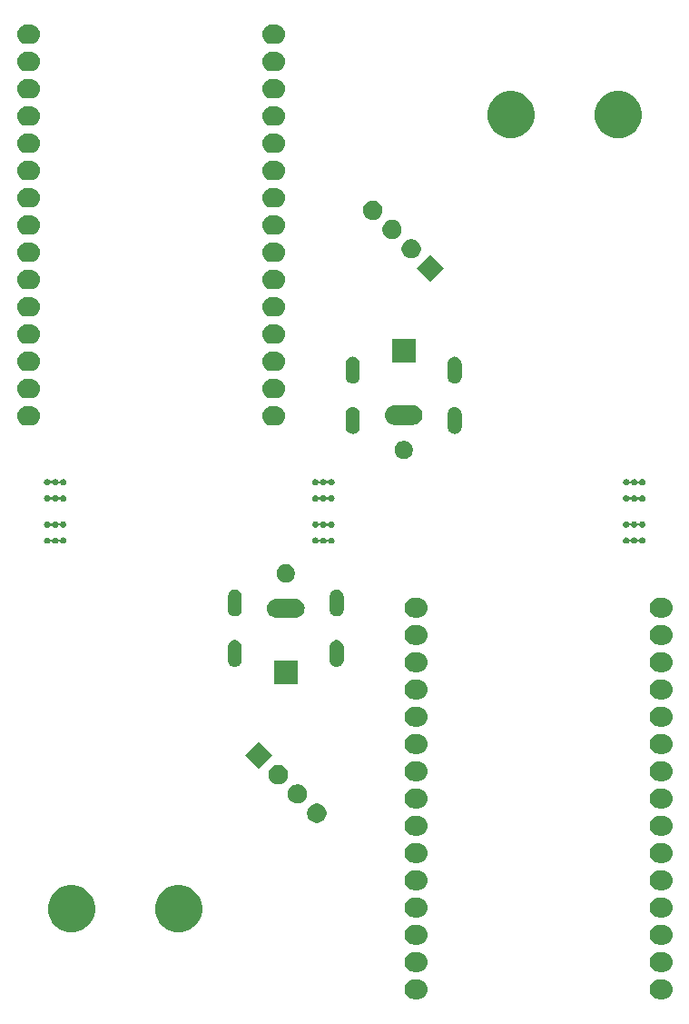
<source format=gbr>
G04 #@! TF.GenerationSoftware,KiCad,Pcbnew,5.1.5-52549c5~86~ubuntu18.04.1*
G04 #@! TF.CreationDate,2020-04-27T04:28:22+01:00*
G04 #@! TF.ProjectId,polariser_drive,706f6c61-7269-4736-9572-5f6472697665,rev?*
G04 #@! TF.SameCoordinates,Original*
G04 #@! TF.FileFunction,Soldermask,Bot*
G04 #@! TF.FilePolarity,Negative*
%FSLAX46Y46*%
G04 Gerber Fmt 4.6, Leading zero omitted, Abs format (unit mm)*
G04 Created by KiCad (PCBNEW 5.1.5-52549c5~86~ubuntu18.04.1) date 2020-04-27 04:28:22*
%MOMM*%
%LPD*%
G04 APERTURE LIST*
%ADD10C,0.100000*%
G04 APERTURE END LIST*
D10*
G36*
X111331694Y-129598633D02*
G01*
X111504095Y-129650931D01*
X111662983Y-129735858D01*
X111802249Y-129850151D01*
X111916542Y-129989417D01*
X112001469Y-130148305D01*
X112053767Y-130320706D01*
X112071425Y-130500000D01*
X112053767Y-130679294D01*
X112001469Y-130851695D01*
X111916542Y-131010583D01*
X111802249Y-131149849D01*
X111662983Y-131264142D01*
X111504095Y-131349069D01*
X111331694Y-131401367D01*
X111197331Y-131414600D01*
X110802669Y-131414600D01*
X110668306Y-131401367D01*
X110495905Y-131349069D01*
X110337017Y-131264142D01*
X110197751Y-131149849D01*
X110083458Y-131010583D01*
X109998531Y-130851695D01*
X109946233Y-130679294D01*
X109928575Y-130500000D01*
X109946233Y-130320706D01*
X109998531Y-130148305D01*
X110083458Y-129989417D01*
X110197751Y-129850151D01*
X110337017Y-129735858D01*
X110495905Y-129650931D01*
X110668306Y-129598633D01*
X110802669Y-129585400D01*
X111197331Y-129585400D01*
X111331694Y-129598633D01*
G37*
G36*
X88471694Y-129598633D02*
G01*
X88644095Y-129650931D01*
X88802983Y-129735858D01*
X88942249Y-129850151D01*
X89056542Y-129989417D01*
X89141469Y-130148305D01*
X89193767Y-130320706D01*
X89211425Y-130500000D01*
X89193767Y-130679294D01*
X89141469Y-130851695D01*
X89056542Y-131010583D01*
X88942249Y-131149849D01*
X88802983Y-131264142D01*
X88644095Y-131349069D01*
X88471694Y-131401367D01*
X88337331Y-131414600D01*
X87942669Y-131414600D01*
X87808306Y-131401367D01*
X87635905Y-131349069D01*
X87477017Y-131264142D01*
X87337751Y-131149849D01*
X87223458Y-131010583D01*
X87138531Y-130851695D01*
X87086233Y-130679294D01*
X87068575Y-130500000D01*
X87086233Y-130320706D01*
X87138531Y-130148305D01*
X87223458Y-129989417D01*
X87337751Y-129850151D01*
X87477017Y-129735858D01*
X87635905Y-129650931D01*
X87808306Y-129598633D01*
X87942669Y-129585400D01*
X88337331Y-129585400D01*
X88471694Y-129598633D01*
G37*
G36*
X88471694Y-127058633D02*
G01*
X88644095Y-127110931D01*
X88802983Y-127195858D01*
X88942249Y-127310151D01*
X89056542Y-127449417D01*
X89141469Y-127608305D01*
X89193767Y-127780706D01*
X89211425Y-127960000D01*
X89193767Y-128139294D01*
X89141469Y-128311695D01*
X89056542Y-128470583D01*
X88942249Y-128609849D01*
X88802983Y-128724142D01*
X88644095Y-128809069D01*
X88471694Y-128861367D01*
X88337331Y-128874600D01*
X87942669Y-128874600D01*
X87808306Y-128861367D01*
X87635905Y-128809069D01*
X87477017Y-128724142D01*
X87337751Y-128609849D01*
X87223458Y-128470583D01*
X87138531Y-128311695D01*
X87086233Y-128139294D01*
X87068575Y-127960000D01*
X87086233Y-127780706D01*
X87138531Y-127608305D01*
X87223458Y-127449417D01*
X87337751Y-127310151D01*
X87477017Y-127195858D01*
X87635905Y-127110931D01*
X87808306Y-127058633D01*
X87942669Y-127045400D01*
X88337331Y-127045400D01*
X88471694Y-127058633D01*
G37*
G36*
X111331694Y-127058633D02*
G01*
X111504095Y-127110931D01*
X111662983Y-127195858D01*
X111802249Y-127310151D01*
X111916542Y-127449417D01*
X112001469Y-127608305D01*
X112053767Y-127780706D01*
X112071425Y-127960000D01*
X112053767Y-128139294D01*
X112001469Y-128311695D01*
X111916542Y-128470583D01*
X111802249Y-128609849D01*
X111662983Y-128724142D01*
X111504095Y-128809069D01*
X111331694Y-128861367D01*
X111197331Y-128874600D01*
X110802669Y-128874600D01*
X110668306Y-128861367D01*
X110495905Y-128809069D01*
X110337017Y-128724142D01*
X110197751Y-128609849D01*
X110083458Y-128470583D01*
X109998531Y-128311695D01*
X109946233Y-128139294D01*
X109928575Y-127960000D01*
X109946233Y-127780706D01*
X109998531Y-127608305D01*
X110083458Y-127449417D01*
X110197751Y-127310151D01*
X110337017Y-127195858D01*
X110495905Y-127110931D01*
X110668306Y-127058633D01*
X110802669Y-127045400D01*
X111197331Y-127045400D01*
X111331694Y-127058633D01*
G37*
G36*
X111331694Y-124518633D02*
G01*
X111504095Y-124570931D01*
X111662983Y-124655858D01*
X111802249Y-124770151D01*
X111916542Y-124909417D01*
X112001469Y-125068305D01*
X112053767Y-125240706D01*
X112071425Y-125420000D01*
X112053767Y-125599294D01*
X112001469Y-125771695D01*
X111916542Y-125930583D01*
X111802249Y-126069849D01*
X111662983Y-126184142D01*
X111504095Y-126269069D01*
X111331694Y-126321367D01*
X111197331Y-126334600D01*
X110802669Y-126334600D01*
X110668306Y-126321367D01*
X110495905Y-126269069D01*
X110337017Y-126184142D01*
X110197751Y-126069849D01*
X110083458Y-125930583D01*
X109998531Y-125771695D01*
X109946233Y-125599294D01*
X109928575Y-125420000D01*
X109946233Y-125240706D01*
X109998531Y-125068305D01*
X110083458Y-124909417D01*
X110197751Y-124770151D01*
X110337017Y-124655858D01*
X110495905Y-124570931D01*
X110668306Y-124518633D01*
X110802669Y-124505400D01*
X111197331Y-124505400D01*
X111331694Y-124518633D01*
G37*
G36*
X88471694Y-124518633D02*
G01*
X88644095Y-124570931D01*
X88802983Y-124655858D01*
X88942249Y-124770151D01*
X89056542Y-124909417D01*
X89141469Y-125068305D01*
X89193767Y-125240706D01*
X89211425Y-125420000D01*
X89193767Y-125599294D01*
X89141469Y-125771695D01*
X89056542Y-125930583D01*
X88942249Y-126069849D01*
X88802983Y-126184142D01*
X88644095Y-126269069D01*
X88471694Y-126321367D01*
X88337331Y-126334600D01*
X87942669Y-126334600D01*
X87808306Y-126321367D01*
X87635905Y-126269069D01*
X87477017Y-126184142D01*
X87337751Y-126069849D01*
X87223458Y-125930583D01*
X87138531Y-125771695D01*
X87086233Y-125599294D01*
X87068575Y-125420000D01*
X87086233Y-125240706D01*
X87138531Y-125068305D01*
X87223458Y-124909417D01*
X87337751Y-124770151D01*
X87477017Y-124655858D01*
X87635905Y-124570931D01*
X87808306Y-124518633D01*
X87942669Y-124505400D01*
X88337331Y-124505400D01*
X88471694Y-124518633D01*
G37*
G36*
X66642007Y-120883582D02*
G01*
X67042563Y-121049498D01*
X67042565Y-121049499D01*
X67403056Y-121290371D01*
X67709629Y-121596944D01*
X67950501Y-121957435D01*
X67950502Y-121957437D01*
X68116418Y-122357993D01*
X68201000Y-122783219D01*
X68201000Y-123216781D01*
X68116418Y-123642007D01*
X67950502Y-124042563D01*
X67950501Y-124042565D01*
X67709629Y-124403056D01*
X67403056Y-124709629D01*
X67042565Y-124950501D01*
X67042564Y-124950502D01*
X67042563Y-124950502D01*
X66642007Y-125116418D01*
X66216781Y-125201000D01*
X65783219Y-125201000D01*
X65357993Y-125116418D01*
X64957437Y-124950502D01*
X64957436Y-124950502D01*
X64957435Y-124950501D01*
X64596944Y-124709629D01*
X64290371Y-124403056D01*
X64049499Y-124042565D01*
X64049498Y-124042563D01*
X63883582Y-123642007D01*
X63799000Y-123216781D01*
X63799000Y-122783219D01*
X63883582Y-122357993D01*
X64049498Y-121957437D01*
X64049499Y-121957435D01*
X64290371Y-121596944D01*
X64596944Y-121290371D01*
X64957435Y-121049499D01*
X64957437Y-121049498D01*
X65357993Y-120883582D01*
X65783219Y-120799000D01*
X66216781Y-120799000D01*
X66642007Y-120883582D01*
G37*
G36*
X56642007Y-120883582D02*
G01*
X57042563Y-121049498D01*
X57042565Y-121049499D01*
X57403056Y-121290371D01*
X57709629Y-121596944D01*
X57950501Y-121957435D01*
X57950502Y-121957437D01*
X58116418Y-122357993D01*
X58201000Y-122783219D01*
X58201000Y-123216781D01*
X58116418Y-123642007D01*
X57950502Y-124042563D01*
X57950501Y-124042565D01*
X57709629Y-124403056D01*
X57403056Y-124709629D01*
X57042565Y-124950501D01*
X57042564Y-124950502D01*
X57042563Y-124950502D01*
X56642007Y-125116418D01*
X56216781Y-125201000D01*
X55783219Y-125201000D01*
X55357993Y-125116418D01*
X54957437Y-124950502D01*
X54957436Y-124950502D01*
X54957435Y-124950501D01*
X54596944Y-124709629D01*
X54290371Y-124403056D01*
X54049499Y-124042565D01*
X54049498Y-124042563D01*
X53883582Y-123642007D01*
X53799000Y-123216781D01*
X53799000Y-122783219D01*
X53883582Y-122357993D01*
X54049498Y-121957437D01*
X54049499Y-121957435D01*
X54290371Y-121596944D01*
X54596944Y-121290371D01*
X54957435Y-121049499D01*
X54957437Y-121049498D01*
X55357993Y-120883582D01*
X55783219Y-120799000D01*
X56216781Y-120799000D01*
X56642007Y-120883582D01*
G37*
G36*
X111331694Y-121978633D02*
G01*
X111504095Y-122030931D01*
X111662983Y-122115858D01*
X111802249Y-122230151D01*
X111916542Y-122369417D01*
X112001469Y-122528305D01*
X112053767Y-122700706D01*
X112071425Y-122880000D01*
X112053767Y-123059294D01*
X112001469Y-123231695D01*
X111916542Y-123390583D01*
X111802249Y-123529849D01*
X111662983Y-123644142D01*
X111504095Y-123729069D01*
X111331694Y-123781367D01*
X111197331Y-123794600D01*
X110802669Y-123794600D01*
X110668306Y-123781367D01*
X110495905Y-123729069D01*
X110337017Y-123644142D01*
X110197751Y-123529849D01*
X110083458Y-123390583D01*
X109998531Y-123231695D01*
X109946233Y-123059294D01*
X109928575Y-122880000D01*
X109946233Y-122700706D01*
X109998531Y-122528305D01*
X110083458Y-122369417D01*
X110197751Y-122230151D01*
X110337017Y-122115858D01*
X110495905Y-122030931D01*
X110668306Y-121978633D01*
X110802669Y-121965400D01*
X111197331Y-121965400D01*
X111331694Y-121978633D01*
G37*
G36*
X88471694Y-121978633D02*
G01*
X88644095Y-122030931D01*
X88802983Y-122115858D01*
X88942249Y-122230151D01*
X89056542Y-122369417D01*
X89141469Y-122528305D01*
X89193767Y-122700706D01*
X89211425Y-122880000D01*
X89193767Y-123059294D01*
X89141469Y-123231695D01*
X89056542Y-123390583D01*
X88942249Y-123529849D01*
X88802983Y-123644142D01*
X88644095Y-123729069D01*
X88471694Y-123781367D01*
X88337331Y-123794600D01*
X87942669Y-123794600D01*
X87808306Y-123781367D01*
X87635905Y-123729069D01*
X87477017Y-123644142D01*
X87337751Y-123529849D01*
X87223458Y-123390583D01*
X87138531Y-123231695D01*
X87086233Y-123059294D01*
X87068575Y-122880000D01*
X87086233Y-122700706D01*
X87138531Y-122528305D01*
X87223458Y-122369417D01*
X87337751Y-122230151D01*
X87477017Y-122115858D01*
X87635905Y-122030931D01*
X87808306Y-121978633D01*
X87942669Y-121965400D01*
X88337331Y-121965400D01*
X88471694Y-121978633D01*
G37*
G36*
X88471694Y-119438633D02*
G01*
X88644095Y-119490931D01*
X88802983Y-119575858D01*
X88942249Y-119690151D01*
X89056542Y-119829417D01*
X89141469Y-119988305D01*
X89193767Y-120160706D01*
X89211425Y-120340000D01*
X89193767Y-120519294D01*
X89141469Y-120691695D01*
X89056542Y-120850583D01*
X88942249Y-120989849D01*
X88802983Y-121104142D01*
X88644095Y-121189069D01*
X88471694Y-121241367D01*
X88337331Y-121254600D01*
X87942669Y-121254600D01*
X87808306Y-121241367D01*
X87635905Y-121189069D01*
X87477017Y-121104142D01*
X87337751Y-120989849D01*
X87223458Y-120850583D01*
X87138531Y-120691695D01*
X87086233Y-120519294D01*
X87068575Y-120340000D01*
X87086233Y-120160706D01*
X87138531Y-119988305D01*
X87223458Y-119829417D01*
X87337751Y-119690151D01*
X87477017Y-119575858D01*
X87635905Y-119490931D01*
X87808306Y-119438633D01*
X87942669Y-119425400D01*
X88337331Y-119425400D01*
X88471694Y-119438633D01*
G37*
G36*
X111331694Y-119438633D02*
G01*
X111504095Y-119490931D01*
X111662983Y-119575858D01*
X111802249Y-119690151D01*
X111916542Y-119829417D01*
X112001469Y-119988305D01*
X112053767Y-120160706D01*
X112071425Y-120340000D01*
X112053767Y-120519294D01*
X112001469Y-120691695D01*
X111916542Y-120850583D01*
X111802249Y-120989849D01*
X111662983Y-121104142D01*
X111504095Y-121189069D01*
X111331694Y-121241367D01*
X111197331Y-121254600D01*
X110802669Y-121254600D01*
X110668306Y-121241367D01*
X110495905Y-121189069D01*
X110337017Y-121104142D01*
X110197751Y-120989849D01*
X110083458Y-120850583D01*
X109998531Y-120691695D01*
X109946233Y-120519294D01*
X109928575Y-120340000D01*
X109946233Y-120160706D01*
X109998531Y-119988305D01*
X110083458Y-119829417D01*
X110197751Y-119690151D01*
X110337017Y-119575858D01*
X110495905Y-119490931D01*
X110668306Y-119438633D01*
X110802669Y-119425400D01*
X111197331Y-119425400D01*
X111331694Y-119438633D01*
G37*
G36*
X111331694Y-116898633D02*
G01*
X111504095Y-116950931D01*
X111662983Y-117035858D01*
X111802249Y-117150151D01*
X111916542Y-117289417D01*
X112001469Y-117448305D01*
X112053767Y-117620706D01*
X112071425Y-117800000D01*
X112053767Y-117979294D01*
X112001469Y-118151695D01*
X111916542Y-118310583D01*
X111802249Y-118449849D01*
X111662983Y-118564142D01*
X111504095Y-118649069D01*
X111331694Y-118701367D01*
X111197331Y-118714600D01*
X110802669Y-118714600D01*
X110668306Y-118701367D01*
X110495905Y-118649069D01*
X110337017Y-118564142D01*
X110197751Y-118449849D01*
X110083458Y-118310583D01*
X109998531Y-118151695D01*
X109946233Y-117979294D01*
X109928575Y-117800000D01*
X109946233Y-117620706D01*
X109998531Y-117448305D01*
X110083458Y-117289417D01*
X110197751Y-117150151D01*
X110337017Y-117035858D01*
X110495905Y-116950931D01*
X110668306Y-116898633D01*
X110802669Y-116885400D01*
X111197331Y-116885400D01*
X111331694Y-116898633D01*
G37*
G36*
X88471694Y-116898633D02*
G01*
X88644095Y-116950931D01*
X88802983Y-117035858D01*
X88942249Y-117150151D01*
X89056542Y-117289417D01*
X89141469Y-117448305D01*
X89193767Y-117620706D01*
X89211425Y-117800000D01*
X89193767Y-117979294D01*
X89141469Y-118151695D01*
X89056542Y-118310583D01*
X88942249Y-118449849D01*
X88802983Y-118564142D01*
X88644095Y-118649069D01*
X88471694Y-118701367D01*
X88337331Y-118714600D01*
X87942669Y-118714600D01*
X87808306Y-118701367D01*
X87635905Y-118649069D01*
X87477017Y-118564142D01*
X87337751Y-118449849D01*
X87223458Y-118310583D01*
X87138531Y-118151695D01*
X87086233Y-117979294D01*
X87068575Y-117800000D01*
X87086233Y-117620706D01*
X87138531Y-117448305D01*
X87223458Y-117289417D01*
X87337751Y-117150151D01*
X87477017Y-117035858D01*
X87635905Y-116950931D01*
X87808306Y-116898633D01*
X87942669Y-116885400D01*
X88337331Y-116885400D01*
X88471694Y-116898633D01*
G37*
G36*
X111331694Y-114358633D02*
G01*
X111504095Y-114410931D01*
X111662983Y-114495858D01*
X111802249Y-114610151D01*
X111916542Y-114749417D01*
X112001469Y-114908305D01*
X112053767Y-115080706D01*
X112071425Y-115260000D01*
X112053767Y-115439294D01*
X112001469Y-115611695D01*
X111916542Y-115770583D01*
X111802249Y-115909849D01*
X111662983Y-116024142D01*
X111504095Y-116109069D01*
X111331694Y-116161367D01*
X111197331Y-116174600D01*
X110802669Y-116174600D01*
X110668306Y-116161367D01*
X110495905Y-116109069D01*
X110337017Y-116024142D01*
X110197751Y-115909849D01*
X110083458Y-115770583D01*
X109998531Y-115611695D01*
X109946233Y-115439294D01*
X109928575Y-115260000D01*
X109946233Y-115080706D01*
X109998531Y-114908305D01*
X110083458Y-114749417D01*
X110197751Y-114610151D01*
X110337017Y-114495858D01*
X110495905Y-114410931D01*
X110668306Y-114358633D01*
X110802669Y-114345400D01*
X111197331Y-114345400D01*
X111331694Y-114358633D01*
G37*
G36*
X88471694Y-114358633D02*
G01*
X88644095Y-114410931D01*
X88802983Y-114495858D01*
X88942249Y-114610151D01*
X89056542Y-114749417D01*
X89141469Y-114908305D01*
X89193767Y-115080706D01*
X89211425Y-115260000D01*
X89193767Y-115439294D01*
X89141469Y-115611695D01*
X89056542Y-115770583D01*
X88942249Y-115909849D01*
X88802983Y-116024142D01*
X88644095Y-116109069D01*
X88471694Y-116161367D01*
X88337331Y-116174600D01*
X87942669Y-116174600D01*
X87808306Y-116161367D01*
X87635905Y-116109069D01*
X87477017Y-116024142D01*
X87337751Y-115909849D01*
X87223458Y-115770583D01*
X87138531Y-115611695D01*
X87086233Y-115439294D01*
X87068575Y-115260000D01*
X87086233Y-115080706D01*
X87138531Y-114908305D01*
X87223458Y-114749417D01*
X87337751Y-114610151D01*
X87477017Y-114495858D01*
X87635905Y-114410931D01*
X87808306Y-114358633D01*
X87942669Y-114345400D01*
X88337331Y-114345400D01*
X88471694Y-114358633D01*
G37*
G36*
X79001666Y-113196030D02*
G01*
X79150966Y-113225727D01*
X79314938Y-113293647D01*
X79462508Y-113392250D01*
X79588007Y-113517749D01*
X79686610Y-113665319D01*
X79754530Y-113829291D01*
X79789154Y-114003362D01*
X79789154Y-114180844D01*
X79754530Y-114354915D01*
X79686610Y-114518887D01*
X79588007Y-114666457D01*
X79462508Y-114791956D01*
X79314938Y-114890559D01*
X79150966Y-114958479D01*
X79001666Y-114988176D01*
X78976896Y-114993103D01*
X78799412Y-114993103D01*
X78774642Y-114988176D01*
X78625342Y-114958479D01*
X78461370Y-114890559D01*
X78313800Y-114791956D01*
X78188301Y-114666457D01*
X78089698Y-114518887D01*
X78021778Y-114354915D01*
X77987154Y-114180844D01*
X77987154Y-114003362D01*
X78021778Y-113829291D01*
X78089698Y-113665319D01*
X78188301Y-113517749D01*
X78313800Y-113392250D01*
X78461370Y-113293647D01*
X78625342Y-113225727D01*
X78774642Y-113196030D01*
X78799412Y-113191103D01*
X78976896Y-113191103D01*
X79001666Y-113196030D01*
G37*
G36*
X111331694Y-111818633D02*
G01*
X111504095Y-111870931D01*
X111662983Y-111955858D01*
X111802249Y-112070151D01*
X111916542Y-112209417D01*
X112001469Y-112368305D01*
X112053767Y-112540706D01*
X112071425Y-112720000D01*
X112053767Y-112899294D01*
X112001469Y-113071695D01*
X111916542Y-113230583D01*
X111802249Y-113369849D01*
X111662983Y-113484142D01*
X111504095Y-113569069D01*
X111331694Y-113621367D01*
X111197331Y-113634600D01*
X110802669Y-113634600D01*
X110668306Y-113621367D01*
X110495905Y-113569069D01*
X110337017Y-113484142D01*
X110197751Y-113369849D01*
X110083458Y-113230583D01*
X109998531Y-113071695D01*
X109946233Y-112899294D01*
X109928575Y-112720000D01*
X109946233Y-112540706D01*
X109998531Y-112368305D01*
X110083458Y-112209417D01*
X110197751Y-112070151D01*
X110337017Y-111955858D01*
X110495905Y-111870931D01*
X110668306Y-111818633D01*
X110802669Y-111805400D01*
X111197331Y-111805400D01*
X111331694Y-111818633D01*
G37*
G36*
X88471694Y-111818633D02*
G01*
X88644095Y-111870931D01*
X88802983Y-111955858D01*
X88942249Y-112070151D01*
X89056542Y-112209417D01*
X89141469Y-112368305D01*
X89193767Y-112540706D01*
X89211425Y-112720000D01*
X89193767Y-112899294D01*
X89141469Y-113071695D01*
X89056542Y-113230583D01*
X88942249Y-113369849D01*
X88802983Y-113484142D01*
X88644095Y-113569069D01*
X88471694Y-113621367D01*
X88337331Y-113634600D01*
X87942669Y-113634600D01*
X87808306Y-113621367D01*
X87635905Y-113569069D01*
X87477017Y-113484142D01*
X87337751Y-113369849D01*
X87223458Y-113230583D01*
X87138531Y-113071695D01*
X87086233Y-112899294D01*
X87068575Y-112720000D01*
X87086233Y-112540706D01*
X87138531Y-112368305D01*
X87223458Y-112209417D01*
X87337751Y-112070151D01*
X87477017Y-111955858D01*
X87635905Y-111870931D01*
X87808306Y-111818633D01*
X87942669Y-111805400D01*
X88337331Y-111805400D01*
X88471694Y-111818633D01*
G37*
G36*
X77205614Y-111399978D02*
G01*
X77354914Y-111429675D01*
X77518886Y-111497595D01*
X77666456Y-111596198D01*
X77791955Y-111721697D01*
X77890558Y-111869267D01*
X77958478Y-112033239D01*
X77993102Y-112207310D01*
X77993102Y-112384792D01*
X77958478Y-112558863D01*
X77890558Y-112722835D01*
X77791955Y-112870405D01*
X77666456Y-112995904D01*
X77518886Y-113094507D01*
X77354914Y-113162427D01*
X77210746Y-113191103D01*
X77180844Y-113197051D01*
X77003360Y-113197051D01*
X76973458Y-113191103D01*
X76829290Y-113162427D01*
X76665318Y-113094507D01*
X76517748Y-112995904D01*
X76392249Y-112870405D01*
X76293646Y-112722835D01*
X76225726Y-112558863D01*
X76191102Y-112384792D01*
X76191102Y-112207310D01*
X76225726Y-112033239D01*
X76293646Y-111869267D01*
X76392249Y-111721697D01*
X76517748Y-111596198D01*
X76665318Y-111497595D01*
X76829290Y-111429675D01*
X76978590Y-111399978D01*
X77003360Y-111395051D01*
X77180844Y-111395051D01*
X77205614Y-111399978D01*
G37*
G36*
X75409563Y-109603927D02*
G01*
X75558863Y-109633624D01*
X75722835Y-109701544D01*
X75870405Y-109800147D01*
X75995904Y-109925646D01*
X76094507Y-110073216D01*
X76162427Y-110237188D01*
X76197051Y-110411259D01*
X76197051Y-110588741D01*
X76162427Y-110762812D01*
X76094507Y-110926784D01*
X75995904Y-111074354D01*
X75870405Y-111199853D01*
X75722835Y-111298456D01*
X75558863Y-111366376D01*
X75414700Y-111395051D01*
X75384793Y-111401000D01*
X75207309Y-111401000D01*
X75177402Y-111395051D01*
X75033239Y-111366376D01*
X74869267Y-111298456D01*
X74721697Y-111199853D01*
X74596198Y-111074354D01*
X74497595Y-110926784D01*
X74429675Y-110762812D01*
X74395051Y-110588741D01*
X74395051Y-110411259D01*
X74429675Y-110237188D01*
X74497595Y-110073216D01*
X74596198Y-109925646D01*
X74721697Y-109800147D01*
X74869267Y-109701544D01*
X75033239Y-109633624D01*
X75182539Y-109603927D01*
X75207309Y-109599000D01*
X75384793Y-109599000D01*
X75409563Y-109603927D01*
G37*
G36*
X111331694Y-109278633D02*
G01*
X111504095Y-109330931D01*
X111662983Y-109415858D01*
X111802249Y-109530151D01*
X111916542Y-109669417D01*
X112001469Y-109828305D01*
X112053767Y-110000706D01*
X112071425Y-110180000D01*
X112053767Y-110359294D01*
X112001469Y-110531695D01*
X111916542Y-110690583D01*
X111802249Y-110829849D01*
X111662983Y-110944142D01*
X111504095Y-111029069D01*
X111331694Y-111081367D01*
X111197331Y-111094600D01*
X110802669Y-111094600D01*
X110668306Y-111081367D01*
X110495905Y-111029069D01*
X110337017Y-110944142D01*
X110197751Y-110829849D01*
X110083458Y-110690583D01*
X109998531Y-110531695D01*
X109946233Y-110359294D01*
X109928575Y-110180000D01*
X109946233Y-110000706D01*
X109998531Y-109828305D01*
X110083458Y-109669417D01*
X110197751Y-109530151D01*
X110337017Y-109415858D01*
X110495905Y-109330931D01*
X110668306Y-109278633D01*
X110802669Y-109265400D01*
X111197331Y-109265400D01*
X111331694Y-109278633D01*
G37*
G36*
X88471694Y-109278633D02*
G01*
X88644095Y-109330931D01*
X88802983Y-109415858D01*
X88942249Y-109530151D01*
X89056542Y-109669417D01*
X89141469Y-109828305D01*
X89193767Y-110000706D01*
X89211425Y-110180000D01*
X89193767Y-110359294D01*
X89141469Y-110531695D01*
X89056542Y-110690583D01*
X88942249Y-110829849D01*
X88802983Y-110944142D01*
X88644095Y-111029069D01*
X88471694Y-111081367D01*
X88337331Y-111094600D01*
X87942669Y-111094600D01*
X87808306Y-111081367D01*
X87635905Y-111029069D01*
X87477017Y-110944142D01*
X87337751Y-110829849D01*
X87223458Y-110690583D01*
X87138531Y-110531695D01*
X87086233Y-110359294D01*
X87068575Y-110180000D01*
X87086233Y-110000706D01*
X87138531Y-109828305D01*
X87223458Y-109669417D01*
X87337751Y-109530151D01*
X87477017Y-109415858D01*
X87635905Y-109330931D01*
X87808306Y-109278633D01*
X87942669Y-109265400D01*
X88337331Y-109265400D01*
X88471694Y-109278633D01*
G37*
G36*
X74774206Y-108703949D02*
G01*
X73500000Y-109978155D01*
X72225794Y-108703949D01*
X73500000Y-107429743D01*
X74774206Y-108703949D01*
G37*
G36*
X111331694Y-106738633D02*
G01*
X111504095Y-106790931D01*
X111662983Y-106875858D01*
X111802249Y-106990151D01*
X111916542Y-107129417D01*
X112001469Y-107288305D01*
X112053767Y-107460706D01*
X112071425Y-107640000D01*
X112053767Y-107819294D01*
X112001469Y-107991695D01*
X111916542Y-108150583D01*
X111802249Y-108289849D01*
X111662983Y-108404142D01*
X111504095Y-108489069D01*
X111331694Y-108541367D01*
X111197331Y-108554600D01*
X110802669Y-108554600D01*
X110668306Y-108541367D01*
X110495905Y-108489069D01*
X110337017Y-108404142D01*
X110197751Y-108289849D01*
X110083458Y-108150583D01*
X109998531Y-107991695D01*
X109946233Y-107819294D01*
X109928575Y-107640000D01*
X109946233Y-107460706D01*
X109998531Y-107288305D01*
X110083458Y-107129417D01*
X110197751Y-106990151D01*
X110337017Y-106875858D01*
X110495905Y-106790931D01*
X110668306Y-106738633D01*
X110802669Y-106725400D01*
X111197331Y-106725400D01*
X111331694Y-106738633D01*
G37*
G36*
X88471694Y-106738633D02*
G01*
X88644095Y-106790931D01*
X88802983Y-106875858D01*
X88942249Y-106990151D01*
X89056542Y-107129417D01*
X89141469Y-107288305D01*
X89193767Y-107460706D01*
X89211425Y-107640000D01*
X89193767Y-107819294D01*
X89141469Y-107991695D01*
X89056542Y-108150583D01*
X88942249Y-108289849D01*
X88802983Y-108404142D01*
X88644095Y-108489069D01*
X88471694Y-108541367D01*
X88337331Y-108554600D01*
X87942669Y-108554600D01*
X87808306Y-108541367D01*
X87635905Y-108489069D01*
X87477017Y-108404142D01*
X87337751Y-108289849D01*
X87223458Y-108150583D01*
X87138531Y-107991695D01*
X87086233Y-107819294D01*
X87068575Y-107640000D01*
X87086233Y-107460706D01*
X87138531Y-107288305D01*
X87223458Y-107129417D01*
X87337751Y-106990151D01*
X87477017Y-106875858D01*
X87635905Y-106790931D01*
X87808306Y-106738633D01*
X87942669Y-106725400D01*
X88337331Y-106725400D01*
X88471694Y-106738633D01*
G37*
G36*
X88471694Y-104198633D02*
G01*
X88644095Y-104250931D01*
X88802983Y-104335858D01*
X88942249Y-104450151D01*
X89056542Y-104589417D01*
X89141469Y-104748305D01*
X89193767Y-104920706D01*
X89211425Y-105100000D01*
X89193767Y-105279294D01*
X89141469Y-105451695D01*
X89056542Y-105610583D01*
X88942249Y-105749849D01*
X88802983Y-105864142D01*
X88644095Y-105949069D01*
X88471694Y-106001367D01*
X88337331Y-106014600D01*
X87942669Y-106014600D01*
X87808306Y-106001367D01*
X87635905Y-105949069D01*
X87477017Y-105864142D01*
X87337751Y-105749849D01*
X87223458Y-105610583D01*
X87138531Y-105451695D01*
X87086233Y-105279294D01*
X87068575Y-105100000D01*
X87086233Y-104920706D01*
X87138531Y-104748305D01*
X87223458Y-104589417D01*
X87337751Y-104450151D01*
X87477017Y-104335858D01*
X87635905Y-104250931D01*
X87808306Y-104198633D01*
X87942669Y-104185400D01*
X88337331Y-104185400D01*
X88471694Y-104198633D01*
G37*
G36*
X111331694Y-104198633D02*
G01*
X111504095Y-104250931D01*
X111662983Y-104335858D01*
X111802249Y-104450151D01*
X111916542Y-104589417D01*
X112001469Y-104748305D01*
X112053767Y-104920706D01*
X112071425Y-105100000D01*
X112053767Y-105279294D01*
X112001469Y-105451695D01*
X111916542Y-105610583D01*
X111802249Y-105749849D01*
X111662983Y-105864142D01*
X111504095Y-105949069D01*
X111331694Y-106001367D01*
X111197331Y-106014600D01*
X110802669Y-106014600D01*
X110668306Y-106001367D01*
X110495905Y-105949069D01*
X110337017Y-105864142D01*
X110197751Y-105749849D01*
X110083458Y-105610583D01*
X109998531Y-105451695D01*
X109946233Y-105279294D01*
X109928575Y-105100000D01*
X109946233Y-104920706D01*
X109998531Y-104748305D01*
X110083458Y-104589417D01*
X110197751Y-104450151D01*
X110337017Y-104335858D01*
X110495905Y-104250931D01*
X110668306Y-104198633D01*
X110802669Y-104185400D01*
X111197331Y-104185400D01*
X111331694Y-104198633D01*
G37*
G36*
X88471694Y-101658633D02*
G01*
X88644095Y-101710931D01*
X88802983Y-101795858D01*
X88942249Y-101910151D01*
X89056542Y-102049417D01*
X89141469Y-102208305D01*
X89193767Y-102380706D01*
X89211425Y-102560000D01*
X89193767Y-102739294D01*
X89141469Y-102911695D01*
X89056542Y-103070583D01*
X88942249Y-103209849D01*
X88802983Y-103324142D01*
X88644095Y-103409069D01*
X88471694Y-103461367D01*
X88337331Y-103474600D01*
X87942669Y-103474600D01*
X87808306Y-103461367D01*
X87635905Y-103409069D01*
X87477017Y-103324142D01*
X87337751Y-103209849D01*
X87223458Y-103070583D01*
X87138531Y-102911695D01*
X87086233Y-102739294D01*
X87068575Y-102560000D01*
X87086233Y-102380706D01*
X87138531Y-102208305D01*
X87223458Y-102049417D01*
X87337751Y-101910151D01*
X87477017Y-101795858D01*
X87635905Y-101710931D01*
X87808306Y-101658633D01*
X87942669Y-101645400D01*
X88337331Y-101645400D01*
X88471694Y-101658633D01*
G37*
G36*
X111331694Y-101658633D02*
G01*
X111504095Y-101710931D01*
X111662983Y-101795858D01*
X111802249Y-101910151D01*
X111916542Y-102049417D01*
X112001469Y-102208305D01*
X112053767Y-102380706D01*
X112071425Y-102560000D01*
X112053767Y-102739294D01*
X112001469Y-102911695D01*
X111916542Y-103070583D01*
X111802249Y-103209849D01*
X111662983Y-103324142D01*
X111504095Y-103409069D01*
X111331694Y-103461367D01*
X111197331Y-103474600D01*
X110802669Y-103474600D01*
X110668306Y-103461367D01*
X110495905Y-103409069D01*
X110337017Y-103324142D01*
X110197751Y-103209849D01*
X110083458Y-103070583D01*
X109998531Y-102911695D01*
X109946233Y-102739294D01*
X109928575Y-102560000D01*
X109946233Y-102380706D01*
X109998531Y-102208305D01*
X110083458Y-102049417D01*
X110197751Y-101910151D01*
X110337017Y-101795858D01*
X110495905Y-101710931D01*
X110668306Y-101658633D01*
X110802669Y-101645400D01*
X111197331Y-101645400D01*
X111331694Y-101658633D01*
G37*
G36*
X77101000Y-102101000D02*
G01*
X74899000Y-102101000D01*
X74899000Y-99899000D01*
X77101000Y-99899000D01*
X77101000Y-102101000D01*
G37*
G36*
X111331694Y-99118633D02*
G01*
X111504095Y-99170931D01*
X111662983Y-99255858D01*
X111802249Y-99370151D01*
X111916542Y-99509417D01*
X112001469Y-99668305D01*
X112053767Y-99840706D01*
X112071425Y-100020000D01*
X112053767Y-100199294D01*
X112001469Y-100371695D01*
X111916542Y-100530583D01*
X111802249Y-100669849D01*
X111662983Y-100784142D01*
X111504095Y-100869069D01*
X111331694Y-100921367D01*
X111197331Y-100934600D01*
X110802669Y-100934600D01*
X110668306Y-100921367D01*
X110495905Y-100869069D01*
X110337017Y-100784142D01*
X110197751Y-100669849D01*
X110083458Y-100530583D01*
X109998531Y-100371695D01*
X109946233Y-100199294D01*
X109928575Y-100020000D01*
X109946233Y-99840706D01*
X109998531Y-99668305D01*
X110083458Y-99509417D01*
X110197751Y-99370151D01*
X110337017Y-99255858D01*
X110495905Y-99170931D01*
X110668306Y-99118633D01*
X110802669Y-99105400D01*
X111197331Y-99105400D01*
X111331694Y-99118633D01*
G37*
G36*
X88471694Y-99118633D02*
G01*
X88644095Y-99170931D01*
X88802983Y-99255858D01*
X88942249Y-99370151D01*
X89056542Y-99509417D01*
X89141469Y-99668305D01*
X89193767Y-99840706D01*
X89211425Y-100020000D01*
X89193767Y-100199294D01*
X89141469Y-100371695D01*
X89056542Y-100530583D01*
X88942249Y-100669849D01*
X88802983Y-100784142D01*
X88644095Y-100869069D01*
X88471694Y-100921367D01*
X88337331Y-100934600D01*
X87942669Y-100934600D01*
X87808306Y-100921367D01*
X87635905Y-100869069D01*
X87477017Y-100784142D01*
X87337751Y-100669849D01*
X87223458Y-100530583D01*
X87138531Y-100371695D01*
X87086233Y-100199294D01*
X87068575Y-100020000D01*
X87086233Y-99840706D01*
X87138531Y-99668305D01*
X87223458Y-99509417D01*
X87337751Y-99370151D01*
X87477017Y-99255858D01*
X87635905Y-99170931D01*
X87808306Y-99118633D01*
X87942669Y-99105400D01*
X88337331Y-99105400D01*
X88471694Y-99118633D01*
G37*
G36*
X80877618Y-97958420D02*
G01*
X80968404Y-97985960D01*
X81000336Y-97995646D01*
X81113425Y-98056094D01*
X81212554Y-98137446D01*
X81293906Y-98236575D01*
X81354354Y-98349664D01*
X81354355Y-98349668D01*
X81391580Y-98472382D01*
X81401000Y-98568027D01*
X81401000Y-99831973D01*
X81391580Y-99927618D01*
X81364040Y-100018404D01*
X81354354Y-100050336D01*
X81293906Y-100163425D01*
X81212554Y-100262553D01*
X81113424Y-100343906D01*
X81000335Y-100404354D01*
X80968403Y-100414040D01*
X80877617Y-100441580D01*
X80750000Y-100454149D01*
X80622382Y-100441580D01*
X80531596Y-100414040D01*
X80499664Y-100404354D01*
X80386575Y-100343906D01*
X80287447Y-100262554D01*
X80206094Y-100163424D01*
X80145646Y-100050335D01*
X80135960Y-100018403D01*
X80108420Y-99927617D01*
X80099000Y-99831972D01*
X80099001Y-98568027D01*
X80108421Y-98472382D01*
X80145646Y-98349668D01*
X80145647Y-98349664D01*
X80206095Y-98236575D01*
X80287447Y-98137446D01*
X80386576Y-98056094D01*
X80499665Y-97995646D01*
X80531597Y-97985960D01*
X80622383Y-97958420D01*
X80750000Y-97945851D01*
X80877618Y-97958420D01*
G37*
G36*
X71377618Y-97958420D02*
G01*
X71468404Y-97985960D01*
X71500336Y-97995646D01*
X71613425Y-98056094D01*
X71712554Y-98137446D01*
X71793906Y-98236575D01*
X71854354Y-98349664D01*
X71854355Y-98349668D01*
X71891580Y-98472382D01*
X71901000Y-98568027D01*
X71901000Y-99831973D01*
X71891580Y-99927618D01*
X71864040Y-100018404D01*
X71854354Y-100050336D01*
X71793906Y-100163425D01*
X71712554Y-100262553D01*
X71613424Y-100343906D01*
X71500335Y-100404354D01*
X71468403Y-100414040D01*
X71377617Y-100441580D01*
X71250000Y-100454149D01*
X71122382Y-100441580D01*
X71031596Y-100414040D01*
X70999664Y-100404354D01*
X70886575Y-100343906D01*
X70787447Y-100262554D01*
X70706094Y-100163424D01*
X70645646Y-100050335D01*
X70635960Y-100018403D01*
X70608420Y-99927617D01*
X70599000Y-99831972D01*
X70599001Y-98568027D01*
X70608421Y-98472382D01*
X70645646Y-98349668D01*
X70645647Y-98349664D01*
X70706095Y-98236575D01*
X70787447Y-98137446D01*
X70886576Y-98056094D01*
X70999665Y-97995646D01*
X71031597Y-97985960D01*
X71122383Y-97958420D01*
X71250000Y-97945851D01*
X71377618Y-97958420D01*
G37*
G36*
X88471694Y-96578633D02*
G01*
X88644095Y-96630931D01*
X88802983Y-96715858D01*
X88942249Y-96830151D01*
X89056542Y-96969417D01*
X89141469Y-97128305D01*
X89193767Y-97300706D01*
X89211425Y-97480000D01*
X89193767Y-97659294D01*
X89141469Y-97831695D01*
X89056542Y-97990583D01*
X88942249Y-98129849D01*
X88802983Y-98244142D01*
X88644095Y-98329069D01*
X88471694Y-98381367D01*
X88337331Y-98394600D01*
X87942669Y-98394600D01*
X87808306Y-98381367D01*
X87635905Y-98329069D01*
X87477017Y-98244142D01*
X87337751Y-98129849D01*
X87223458Y-97990583D01*
X87138531Y-97831695D01*
X87086233Y-97659294D01*
X87068575Y-97480000D01*
X87086233Y-97300706D01*
X87138531Y-97128305D01*
X87223458Y-96969417D01*
X87337751Y-96830151D01*
X87477017Y-96715858D01*
X87635905Y-96630931D01*
X87808306Y-96578633D01*
X87942669Y-96565400D01*
X88337331Y-96565400D01*
X88471694Y-96578633D01*
G37*
G36*
X111331694Y-96578633D02*
G01*
X111504095Y-96630931D01*
X111662983Y-96715858D01*
X111802249Y-96830151D01*
X111916542Y-96969417D01*
X112001469Y-97128305D01*
X112053767Y-97300706D01*
X112071425Y-97480000D01*
X112053767Y-97659294D01*
X112001469Y-97831695D01*
X111916542Y-97990583D01*
X111802249Y-98129849D01*
X111662983Y-98244142D01*
X111504095Y-98329069D01*
X111331694Y-98381367D01*
X111197331Y-98394600D01*
X110802669Y-98394600D01*
X110668306Y-98381367D01*
X110495905Y-98329069D01*
X110337017Y-98244142D01*
X110197751Y-98129849D01*
X110083458Y-97990583D01*
X109998531Y-97831695D01*
X109946233Y-97659294D01*
X109928575Y-97480000D01*
X109946233Y-97300706D01*
X109998531Y-97128305D01*
X110083458Y-96969417D01*
X110197751Y-96830151D01*
X110337017Y-96715858D01*
X110495905Y-96630931D01*
X110668306Y-96578633D01*
X110802669Y-96565400D01*
X111197331Y-96565400D01*
X111331694Y-96578633D01*
G37*
G36*
X76960443Y-94105519D02*
G01*
X77026627Y-94112037D01*
X77196466Y-94163557D01*
X77352991Y-94247222D01*
X77388729Y-94276552D01*
X77490186Y-94359814D01*
X77573448Y-94461271D01*
X77602778Y-94497009D01*
X77686443Y-94653534D01*
X77737963Y-94823373D01*
X77755359Y-95000000D01*
X77737963Y-95176627D01*
X77686443Y-95346466D01*
X77602778Y-95502991D01*
X77573448Y-95538729D01*
X77490186Y-95640186D01*
X77388729Y-95723448D01*
X77352991Y-95752778D01*
X77196466Y-95836443D01*
X77026627Y-95887963D01*
X76960443Y-95894481D01*
X76894260Y-95901000D01*
X75105740Y-95901000D01*
X75039557Y-95894481D01*
X74973373Y-95887963D01*
X74803534Y-95836443D01*
X74647009Y-95752778D01*
X74611271Y-95723448D01*
X74509814Y-95640186D01*
X74426552Y-95538729D01*
X74397222Y-95502991D01*
X74313557Y-95346466D01*
X74262037Y-95176627D01*
X74244641Y-95000000D01*
X74262037Y-94823373D01*
X74313557Y-94653534D01*
X74397222Y-94497009D01*
X74426552Y-94461271D01*
X74509814Y-94359814D01*
X74611271Y-94276552D01*
X74647009Y-94247222D01*
X74803534Y-94163557D01*
X74973373Y-94112037D01*
X75039557Y-94105519D01*
X75105740Y-94099000D01*
X76894260Y-94099000D01*
X76960443Y-94105519D01*
G37*
G36*
X111331694Y-94038633D02*
G01*
X111504095Y-94090931D01*
X111662983Y-94175858D01*
X111802249Y-94290151D01*
X111916542Y-94429417D01*
X112001469Y-94588305D01*
X112053767Y-94760706D01*
X112071425Y-94940000D01*
X112053767Y-95119294D01*
X112001469Y-95291695D01*
X111916542Y-95450583D01*
X111802249Y-95589849D01*
X111662983Y-95704142D01*
X111504095Y-95789069D01*
X111331694Y-95841367D01*
X111197331Y-95854600D01*
X110802669Y-95854600D01*
X110668306Y-95841367D01*
X110495905Y-95789069D01*
X110337017Y-95704142D01*
X110197751Y-95589849D01*
X110083458Y-95450583D01*
X109998531Y-95291695D01*
X109946233Y-95119294D01*
X109928575Y-94940000D01*
X109946233Y-94760706D01*
X109998531Y-94588305D01*
X110083458Y-94429417D01*
X110197751Y-94290151D01*
X110337017Y-94175858D01*
X110495905Y-94090931D01*
X110668306Y-94038633D01*
X110802669Y-94025400D01*
X111197331Y-94025400D01*
X111331694Y-94038633D01*
G37*
G36*
X88471694Y-94038633D02*
G01*
X88644095Y-94090931D01*
X88802983Y-94175858D01*
X88942249Y-94290151D01*
X89056542Y-94429417D01*
X89141469Y-94588305D01*
X89193767Y-94760706D01*
X89211425Y-94940000D01*
X89193767Y-95119294D01*
X89141469Y-95291695D01*
X89056542Y-95450583D01*
X88942249Y-95589849D01*
X88802983Y-95704142D01*
X88644095Y-95789069D01*
X88471694Y-95841367D01*
X88337331Y-95854600D01*
X87942669Y-95854600D01*
X87808306Y-95841367D01*
X87635905Y-95789069D01*
X87477017Y-95704142D01*
X87337751Y-95589849D01*
X87223458Y-95450583D01*
X87138531Y-95291695D01*
X87086233Y-95119294D01*
X87068575Y-94940000D01*
X87086233Y-94760706D01*
X87138531Y-94588305D01*
X87223458Y-94429417D01*
X87337751Y-94290151D01*
X87477017Y-94175858D01*
X87635905Y-94090931D01*
X87808306Y-94038633D01*
X87942669Y-94025400D01*
X88337331Y-94025400D01*
X88471694Y-94038633D01*
G37*
G36*
X80877618Y-93258420D02*
G01*
X80968404Y-93285960D01*
X81000336Y-93295646D01*
X81113425Y-93356094D01*
X81212554Y-93437446D01*
X81293906Y-93536575D01*
X81354354Y-93649664D01*
X81354355Y-93649668D01*
X81391580Y-93772382D01*
X81401000Y-93868027D01*
X81401000Y-95131973D01*
X81391580Y-95227618D01*
X81372142Y-95291695D01*
X81354354Y-95350336D01*
X81293906Y-95463425D01*
X81212554Y-95562553D01*
X81113424Y-95643906D01*
X81000335Y-95704354D01*
X80968403Y-95714040D01*
X80877617Y-95741580D01*
X80750000Y-95754149D01*
X80622382Y-95741580D01*
X80531596Y-95714040D01*
X80499664Y-95704354D01*
X80386575Y-95643906D01*
X80287447Y-95562554D01*
X80206094Y-95463424D01*
X80145646Y-95350335D01*
X80127858Y-95291695D01*
X80108420Y-95227617D01*
X80099000Y-95131972D01*
X80099001Y-93868027D01*
X80108421Y-93772382D01*
X80145646Y-93649668D01*
X80145647Y-93649664D01*
X80206095Y-93536575D01*
X80287447Y-93437446D01*
X80386576Y-93356094D01*
X80499665Y-93295646D01*
X80531597Y-93285960D01*
X80622383Y-93258420D01*
X80750000Y-93245851D01*
X80877618Y-93258420D01*
G37*
G36*
X71377618Y-93258420D02*
G01*
X71468404Y-93285960D01*
X71500336Y-93295646D01*
X71613425Y-93356094D01*
X71712554Y-93437446D01*
X71793906Y-93536575D01*
X71854354Y-93649664D01*
X71854355Y-93649668D01*
X71891580Y-93772382D01*
X71901000Y-93868027D01*
X71901000Y-95131973D01*
X71891580Y-95227618D01*
X71872142Y-95291695D01*
X71854354Y-95350336D01*
X71793906Y-95463425D01*
X71712554Y-95562553D01*
X71613424Y-95643906D01*
X71500335Y-95704354D01*
X71468403Y-95714040D01*
X71377617Y-95741580D01*
X71250000Y-95754149D01*
X71122382Y-95741580D01*
X71031596Y-95714040D01*
X70999664Y-95704354D01*
X70886575Y-95643906D01*
X70787447Y-95562554D01*
X70706094Y-95463424D01*
X70645646Y-95350335D01*
X70627858Y-95291695D01*
X70608420Y-95227617D01*
X70599000Y-95131972D01*
X70599001Y-93868027D01*
X70608421Y-93772382D01*
X70645646Y-93649668D01*
X70645647Y-93649664D01*
X70706095Y-93536575D01*
X70787447Y-93437446D01*
X70886576Y-93356094D01*
X70999665Y-93295646D01*
X71031597Y-93285960D01*
X71122383Y-93258420D01*
X71250000Y-93245851D01*
X71377618Y-93258420D01*
G37*
G36*
X76248228Y-90931703D02*
G01*
X76403100Y-90995853D01*
X76542481Y-91088985D01*
X76661015Y-91207519D01*
X76754147Y-91346900D01*
X76818297Y-91501772D01*
X76851000Y-91666184D01*
X76851000Y-91833816D01*
X76818297Y-91998228D01*
X76754147Y-92153100D01*
X76661015Y-92292481D01*
X76542481Y-92411015D01*
X76403100Y-92504147D01*
X76248228Y-92568297D01*
X76083816Y-92601000D01*
X75916184Y-92601000D01*
X75751772Y-92568297D01*
X75596900Y-92504147D01*
X75457519Y-92411015D01*
X75338985Y-92292481D01*
X75245853Y-92153100D01*
X75181703Y-91998228D01*
X75149000Y-91833816D01*
X75149000Y-91666184D01*
X75181703Y-91501772D01*
X75245853Y-91346900D01*
X75338985Y-91207519D01*
X75457519Y-91088985D01*
X75596900Y-90995853D01*
X75751772Y-90931703D01*
X75916184Y-90899000D01*
X76083816Y-90899000D01*
X76248228Y-90931703D01*
G37*
G36*
X53837797Y-88400567D02*
G01*
X53892575Y-88423257D01*
X53892577Y-88423258D01*
X53941876Y-88456198D01*
X53983802Y-88498124D01*
X54016742Y-88547423D01*
X54021067Y-88553896D01*
X54036612Y-88572838D01*
X54055554Y-88588383D01*
X54077165Y-88599934D01*
X54100614Y-88607047D01*
X54125000Y-88609449D01*
X54149386Y-88607047D01*
X54172835Y-88599934D01*
X54194446Y-88588383D01*
X54213388Y-88572838D01*
X54228933Y-88553896D01*
X54233258Y-88547423D01*
X54266198Y-88498124D01*
X54308124Y-88456198D01*
X54357423Y-88423258D01*
X54357425Y-88423257D01*
X54412203Y-88400567D01*
X54470353Y-88389000D01*
X54529647Y-88389000D01*
X54587797Y-88400567D01*
X54642575Y-88423257D01*
X54642577Y-88423258D01*
X54691876Y-88456198D01*
X54733802Y-88498124D01*
X54766742Y-88547423D01*
X54771067Y-88553896D01*
X54786612Y-88572838D01*
X54805554Y-88588383D01*
X54827165Y-88599934D01*
X54850614Y-88607047D01*
X54875000Y-88609449D01*
X54899386Y-88607047D01*
X54922835Y-88599934D01*
X54944446Y-88588383D01*
X54963388Y-88572838D01*
X54978933Y-88553896D01*
X54983258Y-88547423D01*
X55016198Y-88498124D01*
X55058124Y-88456198D01*
X55107423Y-88423258D01*
X55107425Y-88423257D01*
X55162203Y-88400567D01*
X55220353Y-88389000D01*
X55279647Y-88389000D01*
X55337797Y-88400567D01*
X55392575Y-88423257D01*
X55392577Y-88423258D01*
X55441876Y-88456198D01*
X55483802Y-88498124D01*
X55516742Y-88547423D01*
X55516743Y-88547425D01*
X55539433Y-88602203D01*
X55551000Y-88660353D01*
X55551000Y-88719647D01*
X55539433Y-88777797D01*
X55519423Y-88826104D01*
X55516742Y-88832577D01*
X55483802Y-88881876D01*
X55441876Y-88923802D01*
X55392577Y-88956742D01*
X55392576Y-88956743D01*
X55392575Y-88956743D01*
X55337797Y-88979433D01*
X55279647Y-88991000D01*
X55220353Y-88991000D01*
X55162203Y-88979433D01*
X55107425Y-88956743D01*
X55107424Y-88956743D01*
X55107423Y-88956742D01*
X55058124Y-88923802D01*
X55016198Y-88881876D01*
X54983258Y-88832577D01*
X54983257Y-88832575D01*
X54978933Y-88826104D01*
X54963388Y-88807162D01*
X54944446Y-88791617D01*
X54922835Y-88780066D01*
X54899386Y-88772953D01*
X54875000Y-88770551D01*
X54850614Y-88772953D01*
X54827165Y-88780066D01*
X54805554Y-88791617D01*
X54786612Y-88807162D01*
X54771067Y-88826104D01*
X54766743Y-88832575D01*
X54766742Y-88832577D01*
X54733802Y-88881876D01*
X54691876Y-88923802D01*
X54642577Y-88956742D01*
X54642576Y-88956743D01*
X54642575Y-88956743D01*
X54587797Y-88979433D01*
X54529647Y-88991000D01*
X54470353Y-88991000D01*
X54412203Y-88979433D01*
X54357425Y-88956743D01*
X54357424Y-88956743D01*
X54357423Y-88956742D01*
X54308124Y-88923802D01*
X54266198Y-88881876D01*
X54233258Y-88832577D01*
X54233257Y-88832575D01*
X54228933Y-88826104D01*
X54213388Y-88807162D01*
X54194446Y-88791617D01*
X54172835Y-88780066D01*
X54149386Y-88772953D01*
X54125000Y-88770551D01*
X54100614Y-88772953D01*
X54077165Y-88780066D01*
X54055554Y-88791617D01*
X54036612Y-88807162D01*
X54021067Y-88826104D01*
X54016743Y-88832575D01*
X54016742Y-88832577D01*
X53983802Y-88881876D01*
X53941876Y-88923802D01*
X53892577Y-88956742D01*
X53892576Y-88956743D01*
X53892575Y-88956743D01*
X53837797Y-88979433D01*
X53779647Y-88991000D01*
X53720353Y-88991000D01*
X53662203Y-88979433D01*
X53607425Y-88956743D01*
X53607424Y-88956743D01*
X53607423Y-88956742D01*
X53558124Y-88923802D01*
X53516198Y-88881876D01*
X53483258Y-88832577D01*
X53480577Y-88826104D01*
X53460567Y-88777797D01*
X53449000Y-88719647D01*
X53449000Y-88660353D01*
X53460567Y-88602203D01*
X53483257Y-88547425D01*
X53483258Y-88547423D01*
X53516198Y-88498124D01*
X53558124Y-88456198D01*
X53607423Y-88423258D01*
X53607425Y-88423257D01*
X53662203Y-88400567D01*
X53720353Y-88389000D01*
X53779647Y-88389000D01*
X53837797Y-88400567D01*
G37*
G36*
X78837797Y-88400567D02*
G01*
X78892575Y-88423257D01*
X78892577Y-88423258D01*
X78941876Y-88456198D01*
X78983802Y-88498124D01*
X79016742Y-88547423D01*
X79021067Y-88553896D01*
X79036612Y-88572838D01*
X79055554Y-88588383D01*
X79077165Y-88599934D01*
X79100614Y-88607047D01*
X79125000Y-88609449D01*
X79149386Y-88607047D01*
X79172835Y-88599934D01*
X79194446Y-88588383D01*
X79213388Y-88572838D01*
X79228933Y-88553896D01*
X79233258Y-88547423D01*
X79266198Y-88498124D01*
X79308124Y-88456198D01*
X79357423Y-88423258D01*
X79357425Y-88423257D01*
X79412203Y-88400567D01*
X79470353Y-88389000D01*
X79529647Y-88389000D01*
X79587797Y-88400567D01*
X79642575Y-88423257D01*
X79642577Y-88423258D01*
X79691876Y-88456198D01*
X79733802Y-88498124D01*
X79766742Y-88547423D01*
X79771067Y-88553896D01*
X79786612Y-88572838D01*
X79805554Y-88588383D01*
X79827165Y-88599934D01*
X79850614Y-88607047D01*
X79875000Y-88609449D01*
X79899386Y-88607047D01*
X79922835Y-88599934D01*
X79944446Y-88588383D01*
X79963388Y-88572838D01*
X79978933Y-88553896D01*
X79983258Y-88547423D01*
X80016198Y-88498124D01*
X80058124Y-88456198D01*
X80107423Y-88423258D01*
X80107425Y-88423257D01*
X80162203Y-88400567D01*
X80220353Y-88389000D01*
X80279647Y-88389000D01*
X80337797Y-88400567D01*
X80392575Y-88423257D01*
X80392577Y-88423258D01*
X80441876Y-88456198D01*
X80483802Y-88498124D01*
X80516742Y-88547423D01*
X80516743Y-88547425D01*
X80539433Y-88602203D01*
X80551000Y-88660353D01*
X80551000Y-88719647D01*
X80539433Y-88777797D01*
X80519423Y-88826104D01*
X80516742Y-88832577D01*
X80483802Y-88881876D01*
X80441876Y-88923802D01*
X80392577Y-88956742D01*
X80392576Y-88956743D01*
X80392575Y-88956743D01*
X80337797Y-88979433D01*
X80279647Y-88991000D01*
X80220353Y-88991000D01*
X80162203Y-88979433D01*
X80107425Y-88956743D01*
X80107424Y-88956743D01*
X80107423Y-88956742D01*
X80058124Y-88923802D01*
X80016198Y-88881876D01*
X79983258Y-88832577D01*
X79983257Y-88832575D01*
X79978933Y-88826104D01*
X79963388Y-88807162D01*
X79944446Y-88791617D01*
X79922835Y-88780066D01*
X79899386Y-88772953D01*
X79875000Y-88770551D01*
X79850614Y-88772953D01*
X79827165Y-88780066D01*
X79805554Y-88791617D01*
X79786612Y-88807162D01*
X79771067Y-88826104D01*
X79766743Y-88832575D01*
X79766742Y-88832577D01*
X79733802Y-88881876D01*
X79691876Y-88923802D01*
X79642577Y-88956742D01*
X79642576Y-88956743D01*
X79642575Y-88956743D01*
X79587797Y-88979433D01*
X79529647Y-88991000D01*
X79470353Y-88991000D01*
X79412203Y-88979433D01*
X79357425Y-88956743D01*
X79357424Y-88956743D01*
X79357423Y-88956742D01*
X79308124Y-88923802D01*
X79266198Y-88881876D01*
X79233258Y-88832577D01*
X79233257Y-88832575D01*
X79228933Y-88826104D01*
X79213388Y-88807162D01*
X79194446Y-88791617D01*
X79172835Y-88780066D01*
X79149386Y-88772953D01*
X79125000Y-88770551D01*
X79100614Y-88772953D01*
X79077165Y-88780066D01*
X79055554Y-88791617D01*
X79036612Y-88807162D01*
X79021067Y-88826104D01*
X79016743Y-88832575D01*
X79016742Y-88832577D01*
X78983802Y-88881876D01*
X78941876Y-88923802D01*
X78892577Y-88956742D01*
X78892576Y-88956743D01*
X78892575Y-88956743D01*
X78837797Y-88979433D01*
X78779647Y-88991000D01*
X78720353Y-88991000D01*
X78662203Y-88979433D01*
X78607425Y-88956743D01*
X78607424Y-88956743D01*
X78607423Y-88956742D01*
X78558124Y-88923802D01*
X78516198Y-88881876D01*
X78483258Y-88832577D01*
X78480577Y-88826104D01*
X78460567Y-88777797D01*
X78449000Y-88719647D01*
X78449000Y-88660353D01*
X78460567Y-88602203D01*
X78483257Y-88547425D01*
X78483258Y-88547423D01*
X78516198Y-88498124D01*
X78558124Y-88456198D01*
X78607423Y-88423258D01*
X78607425Y-88423257D01*
X78662203Y-88400567D01*
X78720353Y-88389000D01*
X78779647Y-88389000D01*
X78837797Y-88400567D01*
G37*
G36*
X107837797Y-88400567D02*
G01*
X107892575Y-88423257D01*
X107892577Y-88423258D01*
X107941876Y-88456198D01*
X107983802Y-88498124D01*
X108016742Y-88547423D01*
X108021067Y-88553896D01*
X108036612Y-88572838D01*
X108055554Y-88588383D01*
X108077165Y-88599934D01*
X108100614Y-88607047D01*
X108125000Y-88609449D01*
X108149386Y-88607047D01*
X108172835Y-88599934D01*
X108194446Y-88588383D01*
X108213388Y-88572838D01*
X108228933Y-88553896D01*
X108233258Y-88547423D01*
X108266198Y-88498124D01*
X108308124Y-88456198D01*
X108357423Y-88423258D01*
X108357425Y-88423257D01*
X108412203Y-88400567D01*
X108470353Y-88389000D01*
X108529647Y-88389000D01*
X108587797Y-88400567D01*
X108642575Y-88423257D01*
X108642577Y-88423258D01*
X108691876Y-88456198D01*
X108733802Y-88498124D01*
X108766742Y-88547423D01*
X108771067Y-88553896D01*
X108786612Y-88572838D01*
X108805554Y-88588383D01*
X108827165Y-88599934D01*
X108850614Y-88607047D01*
X108875000Y-88609449D01*
X108899386Y-88607047D01*
X108922835Y-88599934D01*
X108944446Y-88588383D01*
X108963388Y-88572838D01*
X108978933Y-88553896D01*
X108983258Y-88547423D01*
X109016198Y-88498124D01*
X109058124Y-88456198D01*
X109107423Y-88423258D01*
X109107425Y-88423257D01*
X109162203Y-88400567D01*
X109220353Y-88389000D01*
X109279647Y-88389000D01*
X109337797Y-88400567D01*
X109392575Y-88423257D01*
X109392577Y-88423258D01*
X109441876Y-88456198D01*
X109483802Y-88498124D01*
X109516742Y-88547423D01*
X109516743Y-88547425D01*
X109539433Y-88602203D01*
X109551000Y-88660353D01*
X109551000Y-88719647D01*
X109539433Y-88777797D01*
X109519423Y-88826104D01*
X109516742Y-88832577D01*
X109483802Y-88881876D01*
X109441876Y-88923802D01*
X109392577Y-88956742D01*
X109392576Y-88956743D01*
X109392575Y-88956743D01*
X109337797Y-88979433D01*
X109279647Y-88991000D01*
X109220353Y-88991000D01*
X109162203Y-88979433D01*
X109107425Y-88956743D01*
X109107424Y-88956743D01*
X109107423Y-88956742D01*
X109058124Y-88923802D01*
X109016198Y-88881876D01*
X108983258Y-88832577D01*
X108983257Y-88832575D01*
X108978933Y-88826104D01*
X108963388Y-88807162D01*
X108944446Y-88791617D01*
X108922835Y-88780066D01*
X108899386Y-88772953D01*
X108875000Y-88770551D01*
X108850614Y-88772953D01*
X108827165Y-88780066D01*
X108805554Y-88791617D01*
X108786612Y-88807162D01*
X108771067Y-88826104D01*
X108766743Y-88832575D01*
X108766742Y-88832577D01*
X108733802Y-88881876D01*
X108691876Y-88923802D01*
X108642577Y-88956742D01*
X108642576Y-88956743D01*
X108642575Y-88956743D01*
X108587797Y-88979433D01*
X108529647Y-88991000D01*
X108470353Y-88991000D01*
X108412203Y-88979433D01*
X108357425Y-88956743D01*
X108357424Y-88956743D01*
X108357423Y-88956742D01*
X108308124Y-88923802D01*
X108266198Y-88881876D01*
X108233258Y-88832577D01*
X108233257Y-88832575D01*
X108228933Y-88826104D01*
X108213388Y-88807162D01*
X108194446Y-88791617D01*
X108172835Y-88780066D01*
X108149386Y-88772953D01*
X108125000Y-88770551D01*
X108100614Y-88772953D01*
X108077165Y-88780066D01*
X108055554Y-88791617D01*
X108036612Y-88807162D01*
X108021067Y-88826104D01*
X108016743Y-88832575D01*
X108016742Y-88832577D01*
X107983802Y-88881876D01*
X107941876Y-88923802D01*
X107892577Y-88956742D01*
X107892576Y-88956743D01*
X107892575Y-88956743D01*
X107837797Y-88979433D01*
X107779647Y-88991000D01*
X107720353Y-88991000D01*
X107662203Y-88979433D01*
X107607425Y-88956743D01*
X107607424Y-88956743D01*
X107607423Y-88956742D01*
X107558124Y-88923802D01*
X107516198Y-88881876D01*
X107483258Y-88832577D01*
X107480577Y-88826104D01*
X107460567Y-88777797D01*
X107449000Y-88719647D01*
X107449000Y-88660353D01*
X107460567Y-88602203D01*
X107483257Y-88547425D01*
X107483258Y-88547423D01*
X107516198Y-88498124D01*
X107558124Y-88456198D01*
X107607423Y-88423258D01*
X107607425Y-88423257D01*
X107662203Y-88400567D01*
X107720353Y-88389000D01*
X107779647Y-88389000D01*
X107837797Y-88400567D01*
G37*
G36*
X53837797Y-86900567D02*
G01*
X53892575Y-86923257D01*
X53892577Y-86923258D01*
X53941876Y-86956198D01*
X53983802Y-86998124D01*
X54016742Y-87047423D01*
X54021067Y-87053896D01*
X54036612Y-87072838D01*
X54055554Y-87088383D01*
X54077165Y-87099934D01*
X54100614Y-87107047D01*
X54125000Y-87109449D01*
X54149386Y-87107047D01*
X54172835Y-87099934D01*
X54194446Y-87088383D01*
X54213388Y-87072838D01*
X54228933Y-87053896D01*
X54233258Y-87047423D01*
X54266198Y-86998124D01*
X54308124Y-86956198D01*
X54357423Y-86923258D01*
X54357425Y-86923257D01*
X54412203Y-86900567D01*
X54470353Y-86889000D01*
X54529647Y-86889000D01*
X54587797Y-86900567D01*
X54642575Y-86923257D01*
X54642577Y-86923258D01*
X54691876Y-86956198D01*
X54733802Y-86998124D01*
X54766742Y-87047423D01*
X54771067Y-87053896D01*
X54786612Y-87072838D01*
X54805554Y-87088383D01*
X54827165Y-87099934D01*
X54850614Y-87107047D01*
X54875000Y-87109449D01*
X54899386Y-87107047D01*
X54922835Y-87099934D01*
X54944446Y-87088383D01*
X54963388Y-87072838D01*
X54978933Y-87053896D01*
X54983258Y-87047423D01*
X55016198Y-86998124D01*
X55058124Y-86956198D01*
X55107423Y-86923258D01*
X55107425Y-86923257D01*
X55162203Y-86900567D01*
X55220353Y-86889000D01*
X55279647Y-86889000D01*
X55337797Y-86900567D01*
X55392575Y-86923257D01*
X55392577Y-86923258D01*
X55441876Y-86956198D01*
X55483802Y-86998124D01*
X55516742Y-87047423D01*
X55516743Y-87047425D01*
X55539433Y-87102203D01*
X55551000Y-87160353D01*
X55551000Y-87219647D01*
X55539433Y-87277797D01*
X55519423Y-87326104D01*
X55516742Y-87332577D01*
X55483802Y-87381876D01*
X55441876Y-87423802D01*
X55392577Y-87456742D01*
X55392576Y-87456743D01*
X55392575Y-87456743D01*
X55337797Y-87479433D01*
X55279647Y-87491000D01*
X55220353Y-87491000D01*
X55162203Y-87479433D01*
X55107425Y-87456743D01*
X55107424Y-87456743D01*
X55107423Y-87456742D01*
X55058124Y-87423802D01*
X55016198Y-87381876D01*
X54983258Y-87332577D01*
X54983257Y-87332575D01*
X54978933Y-87326104D01*
X54963388Y-87307162D01*
X54944446Y-87291617D01*
X54922835Y-87280066D01*
X54899386Y-87272953D01*
X54875000Y-87270551D01*
X54850614Y-87272953D01*
X54827165Y-87280066D01*
X54805554Y-87291617D01*
X54786612Y-87307162D01*
X54771067Y-87326104D01*
X54766743Y-87332575D01*
X54766742Y-87332577D01*
X54733802Y-87381876D01*
X54691876Y-87423802D01*
X54642577Y-87456742D01*
X54642576Y-87456743D01*
X54642575Y-87456743D01*
X54587797Y-87479433D01*
X54529647Y-87491000D01*
X54470353Y-87491000D01*
X54412203Y-87479433D01*
X54357425Y-87456743D01*
X54357424Y-87456743D01*
X54357423Y-87456742D01*
X54308124Y-87423802D01*
X54266198Y-87381876D01*
X54233258Y-87332577D01*
X54233257Y-87332575D01*
X54228933Y-87326104D01*
X54213388Y-87307162D01*
X54194446Y-87291617D01*
X54172835Y-87280066D01*
X54149386Y-87272953D01*
X54125000Y-87270551D01*
X54100614Y-87272953D01*
X54077165Y-87280066D01*
X54055554Y-87291617D01*
X54036612Y-87307162D01*
X54021067Y-87326104D01*
X54016743Y-87332575D01*
X54016742Y-87332577D01*
X53983802Y-87381876D01*
X53941876Y-87423802D01*
X53892577Y-87456742D01*
X53892576Y-87456743D01*
X53892575Y-87456743D01*
X53837797Y-87479433D01*
X53779647Y-87491000D01*
X53720353Y-87491000D01*
X53662203Y-87479433D01*
X53607425Y-87456743D01*
X53607424Y-87456743D01*
X53607423Y-87456742D01*
X53558124Y-87423802D01*
X53516198Y-87381876D01*
X53483258Y-87332577D01*
X53480577Y-87326104D01*
X53460567Y-87277797D01*
X53449000Y-87219647D01*
X53449000Y-87160353D01*
X53460567Y-87102203D01*
X53483257Y-87047425D01*
X53483258Y-87047423D01*
X53516198Y-86998124D01*
X53558124Y-86956198D01*
X53607423Y-86923258D01*
X53607425Y-86923257D01*
X53662203Y-86900567D01*
X53720353Y-86889000D01*
X53779647Y-86889000D01*
X53837797Y-86900567D01*
G37*
G36*
X78837797Y-86900567D02*
G01*
X78892575Y-86923257D01*
X78892577Y-86923258D01*
X78941876Y-86956198D01*
X78983802Y-86998124D01*
X79016742Y-87047423D01*
X79021067Y-87053896D01*
X79036612Y-87072838D01*
X79055554Y-87088383D01*
X79077165Y-87099934D01*
X79100614Y-87107047D01*
X79125000Y-87109449D01*
X79149386Y-87107047D01*
X79172835Y-87099934D01*
X79194446Y-87088383D01*
X79213388Y-87072838D01*
X79228933Y-87053896D01*
X79233258Y-87047423D01*
X79266198Y-86998124D01*
X79308124Y-86956198D01*
X79357423Y-86923258D01*
X79357425Y-86923257D01*
X79412203Y-86900567D01*
X79470353Y-86889000D01*
X79529647Y-86889000D01*
X79587797Y-86900567D01*
X79642575Y-86923257D01*
X79642577Y-86923258D01*
X79691876Y-86956198D01*
X79733802Y-86998124D01*
X79766742Y-87047423D01*
X79771067Y-87053896D01*
X79786612Y-87072838D01*
X79805554Y-87088383D01*
X79827165Y-87099934D01*
X79850614Y-87107047D01*
X79875000Y-87109449D01*
X79899386Y-87107047D01*
X79922835Y-87099934D01*
X79944446Y-87088383D01*
X79963388Y-87072838D01*
X79978933Y-87053896D01*
X79983258Y-87047423D01*
X80016198Y-86998124D01*
X80058124Y-86956198D01*
X80107423Y-86923258D01*
X80107425Y-86923257D01*
X80162203Y-86900567D01*
X80220353Y-86889000D01*
X80279647Y-86889000D01*
X80337797Y-86900567D01*
X80392575Y-86923257D01*
X80392577Y-86923258D01*
X80441876Y-86956198D01*
X80483802Y-86998124D01*
X80516742Y-87047423D01*
X80516743Y-87047425D01*
X80539433Y-87102203D01*
X80551000Y-87160353D01*
X80551000Y-87219647D01*
X80539433Y-87277797D01*
X80519423Y-87326104D01*
X80516742Y-87332577D01*
X80483802Y-87381876D01*
X80441876Y-87423802D01*
X80392577Y-87456742D01*
X80392576Y-87456743D01*
X80392575Y-87456743D01*
X80337797Y-87479433D01*
X80279647Y-87491000D01*
X80220353Y-87491000D01*
X80162203Y-87479433D01*
X80107425Y-87456743D01*
X80107424Y-87456743D01*
X80107423Y-87456742D01*
X80058124Y-87423802D01*
X80016198Y-87381876D01*
X79983258Y-87332577D01*
X79983257Y-87332575D01*
X79978933Y-87326104D01*
X79963388Y-87307162D01*
X79944446Y-87291617D01*
X79922835Y-87280066D01*
X79899386Y-87272953D01*
X79875000Y-87270551D01*
X79850614Y-87272953D01*
X79827165Y-87280066D01*
X79805554Y-87291617D01*
X79786612Y-87307162D01*
X79771067Y-87326104D01*
X79766743Y-87332575D01*
X79766742Y-87332577D01*
X79733802Y-87381876D01*
X79691876Y-87423802D01*
X79642577Y-87456742D01*
X79642576Y-87456743D01*
X79642575Y-87456743D01*
X79587797Y-87479433D01*
X79529647Y-87491000D01*
X79470353Y-87491000D01*
X79412203Y-87479433D01*
X79357425Y-87456743D01*
X79357424Y-87456743D01*
X79357423Y-87456742D01*
X79308124Y-87423802D01*
X79266198Y-87381876D01*
X79233258Y-87332577D01*
X79233257Y-87332575D01*
X79228933Y-87326104D01*
X79213388Y-87307162D01*
X79194446Y-87291617D01*
X79172835Y-87280066D01*
X79149386Y-87272953D01*
X79125000Y-87270551D01*
X79100614Y-87272953D01*
X79077165Y-87280066D01*
X79055554Y-87291617D01*
X79036612Y-87307162D01*
X79021067Y-87326104D01*
X79016743Y-87332575D01*
X79016742Y-87332577D01*
X78983802Y-87381876D01*
X78941876Y-87423802D01*
X78892577Y-87456742D01*
X78892576Y-87456743D01*
X78892575Y-87456743D01*
X78837797Y-87479433D01*
X78779647Y-87491000D01*
X78720353Y-87491000D01*
X78662203Y-87479433D01*
X78607425Y-87456743D01*
X78607424Y-87456743D01*
X78607423Y-87456742D01*
X78558124Y-87423802D01*
X78516198Y-87381876D01*
X78483258Y-87332577D01*
X78480577Y-87326104D01*
X78460567Y-87277797D01*
X78449000Y-87219647D01*
X78449000Y-87160353D01*
X78460567Y-87102203D01*
X78483257Y-87047425D01*
X78483258Y-87047423D01*
X78516198Y-86998124D01*
X78558124Y-86956198D01*
X78607423Y-86923258D01*
X78607425Y-86923257D01*
X78662203Y-86900567D01*
X78720353Y-86889000D01*
X78779647Y-86889000D01*
X78837797Y-86900567D01*
G37*
G36*
X107837797Y-86900567D02*
G01*
X107892575Y-86923257D01*
X107892577Y-86923258D01*
X107941876Y-86956198D01*
X107983802Y-86998124D01*
X108016742Y-87047423D01*
X108021067Y-87053896D01*
X108036612Y-87072838D01*
X108055554Y-87088383D01*
X108077165Y-87099934D01*
X108100614Y-87107047D01*
X108125000Y-87109449D01*
X108149386Y-87107047D01*
X108172835Y-87099934D01*
X108194446Y-87088383D01*
X108213388Y-87072838D01*
X108228933Y-87053896D01*
X108233258Y-87047423D01*
X108266198Y-86998124D01*
X108308124Y-86956198D01*
X108357423Y-86923258D01*
X108357425Y-86923257D01*
X108412203Y-86900567D01*
X108470353Y-86889000D01*
X108529647Y-86889000D01*
X108587797Y-86900567D01*
X108642575Y-86923257D01*
X108642577Y-86923258D01*
X108691876Y-86956198D01*
X108733802Y-86998124D01*
X108766742Y-87047423D01*
X108771067Y-87053896D01*
X108786612Y-87072838D01*
X108805554Y-87088383D01*
X108827165Y-87099934D01*
X108850614Y-87107047D01*
X108875000Y-87109449D01*
X108899386Y-87107047D01*
X108922835Y-87099934D01*
X108944446Y-87088383D01*
X108963388Y-87072838D01*
X108978933Y-87053896D01*
X108983258Y-87047423D01*
X109016198Y-86998124D01*
X109058124Y-86956198D01*
X109107423Y-86923258D01*
X109107425Y-86923257D01*
X109162203Y-86900567D01*
X109220353Y-86889000D01*
X109279647Y-86889000D01*
X109337797Y-86900567D01*
X109392575Y-86923257D01*
X109392577Y-86923258D01*
X109441876Y-86956198D01*
X109483802Y-86998124D01*
X109516742Y-87047423D01*
X109516743Y-87047425D01*
X109539433Y-87102203D01*
X109551000Y-87160353D01*
X109551000Y-87219647D01*
X109539433Y-87277797D01*
X109519423Y-87326104D01*
X109516742Y-87332577D01*
X109483802Y-87381876D01*
X109441876Y-87423802D01*
X109392577Y-87456742D01*
X109392576Y-87456743D01*
X109392575Y-87456743D01*
X109337797Y-87479433D01*
X109279647Y-87491000D01*
X109220353Y-87491000D01*
X109162203Y-87479433D01*
X109107425Y-87456743D01*
X109107424Y-87456743D01*
X109107423Y-87456742D01*
X109058124Y-87423802D01*
X109016198Y-87381876D01*
X108983258Y-87332577D01*
X108983257Y-87332575D01*
X108978933Y-87326104D01*
X108963388Y-87307162D01*
X108944446Y-87291617D01*
X108922835Y-87280066D01*
X108899386Y-87272953D01*
X108875000Y-87270551D01*
X108850614Y-87272953D01*
X108827165Y-87280066D01*
X108805554Y-87291617D01*
X108786612Y-87307162D01*
X108771067Y-87326104D01*
X108766743Y-87332575D01*
X108766742Y-87332577D01*
X108733802Y-87381876D01*
X108691876Y-87423802D01*
X108642577Y-87456742D01*
X108642576Y-87456743D01*
X108642575Y-87456743D01*
X108587797Y-87479433D01*
X108529647Y-87491000D01*
X108470353Y-87491000D01*
X108412203Y-87479433D01*
X108357425Y-87456743D01*
X108357424Y-87456743D01*
X108357423Y-87456742D01*
X108308124Y-87423802D01*
X108266198Y-87381876D01*
X108233258Y-87332577D01*
X108233257Y-87332575D01*
X108228933Y-87326104D01*
X108213388Y-87307162D01*
X108194446Y-87291617D01*
X108172835Y-87280066D01*
X108149386Y-87272953D01*
X108125000Y-87270551D01*
X108100614Y-87272953D01*
X108077165Y-87280066D01*
X108055554Y-87291617D01*
X108036612Y-87307162D01*
X108021067Y-87326104D01*
X108016743Y-87332575D01*
X108016742Y-87332577D01*
X107983802Y-87381876D01*
X107941876Y-87423802D01*
X107892577Y-87456742D01*
X107892576Y-87456743D01*
X107892575Y-87456743D01*
X107837797Y-87479433D01*
X107779647Y-87491000D01*
X107720353Y-87491000D01*
X107662203Y-87479433D01*
X107607425Y-87456743D01*
X107607424Y-87456743D01*
X107607423Y-87456742D01*
X107558124Y-87423802D01*
X107516198Y-87381876D01*
X107483258Y-87332577D01*
X107480577Y-87326104D01*
X107460567Y-87277797D01*
X107449000Y-87219647D01*
X107449000Y-87160353D01*
X107460567Y-87102203D01*
X107483257Y-87047425D01*
X107483258Y-87047423D01*
X107516198Y-86998124D01*
X107558124Y-86956198D01*
X107607423Y-86923258D01*
X107607425Y-86923257D01*
X107662203Y-86900567D01*
X107720353Y-86889000D01*
X107779647Y-86889000D01*
X107837797Y-86900567D01*
G37*
G36*
X107837797Y-84460567D02*
G01*
X107892575Y-84483257D01*
X107892577Y-84483258D01*
X107941876Y-84516198D01*
X107983802Y-84558124D01*
X108016742Y-84607423D01*
X108021067Y-84613896D01*
X108036612Y-84632838D01*
X108055554Y-84648383D01*
X108077165Y-84659934D01*
X108100614Y-84667047D01*
X108125000Y-84669449D01*
X108149386Y-84667047D01*
X108172835Y-84659934D01*
X108194446Y-84648383D01*
X108213388Y-84632838D01*
X108228933Y-84613896D01*
X108233258Y-84607423D01*
X108266198Y-84558124D01*
X108308124Y-84516198D01*
X108357423Y-84483258D01*
X108357425Y-84483257D01*
X108412203Y-84460567D01*
X108470353Y-84449000D01*
X108529647Y-84449000D01*
X108587797Y-84460567D01*
X108642575Y-84483257D01*
X108642577Y-84483258D01*
X108691876Y-84516198D01*
X108733802Y-84558124D01*
X108766742Y-84607423D01*
X108771067Y-84613896D01*
X108786612Y-84632838D01*
X108805554Y-84648383D01*
X108827165Y-84659934D01*
X108850614Y-84667047D01*
X108875000Y-84669449D01*
X108899386Y-84667047D01*
X108922835Y-84659934D01*
X108944446Y-84648383D01*
X108963388Y-84632838D01*
X108978933Y-84613896D01*
X108983258Y-84607423D01*
X109016198Y-84558124D01*
X109058124Y-84516198D01*
X109107423Y-84483258D01*
X109107425Y-84483257D01*
X109162203Y-84460567D01*
X109220353Y-84449000D01*
X109279647Y-84449000D01*
X109337797Y-84460567D01*
X109392575Y-84483257D01*
X109392577Y-84483258D01*
X109441876Y-84516198D01*
X109483802Y-84558124D01*
X109516742Y-84607423D01*
X109516743Y-84607425D01*
X109539433Y-84662203D01*
X109551000Y-84720353D01*
X109551000Y-84779647D01*
X109539433Y-84837797D01*
X109519423Y-84886104D01*
X109516742Y-84892577D01*
X109483802Y-84941876D01*
X109441876Y-84983802D01*
X109392577Y-85016742D01*
X109392576Y-85016743D01*
X109392575Y-85016743D01*
X109337797Y-85039433D01*
X109279647Y-85051000D01*
X109220353Y-85051000D01*
X109162203Y-85039433D01*
X109107425Y-85016743D01*
X109107424Y-85016743D01*
X109107423Y-85016742D01*
X109058124Y-84983802D01*
X109016198Y-84941876D01*
X108983258Y-84892577D01*
X108983257Y-84892575D01*
X108978933Y-84886104D01*
X108963388Y-84867162D01*
X108944446Y-84851617D01*
X108922835Y-84840066D01*
X108899386Y-84832953D01*
X108875000Y-84830551D01*
X108850614Y-84832953D01*
X108827165Y-84840066D01*
X108805554Y-84851617D01*
X108786612Y-84867162D01*
X108771067Y-84886104D01*
X108766743Y-84892575D01*
X108766742Y-84892577D01*
X108733802Y-84941876D01*
X108691876Y-84983802D01*
X108642577Y-85016742D01*
X108642576Y-85016743D01*
X108642575Y-85016743D01*
X108587797Y-85039433D01*
X108529647Y-85051000D01*
X108470353Y-85051000D01*
X108412203Y-85039433D01*
X108357425Y-85016743D01*
X108357424Y-85016743D01*
X108357423Y-85016742D01*
X108308124Y-84983802D01*
X108266198Y-84941876D01*
X108233258Y-84892577D01*
X108233257Y-84892575D01*
X108228933Y-84886104D01*
X108213388Y-84867162D01*
X108194446Y-84851617D01*
X108172835Y-84840066D01*
X108149386Y-84832953D01*
X108125000Y-84830551D01*
X108100614Y-84832953D01*
X108077165Y-84840066D01*
X108055554Y-84851617D01*
X108036612Y-84867162D01*
X108021067Y-84886104D01*
X108016743Y-84892575D01*
X108016742Y-84892577D01*
X107983802Y-84941876D01*
X107941876Y-84983802D01*
X107892577Y-85016742D01*
X107892576Y-85016743D01*
X107892575Y-85016743D01*
X107837797Y-85039433D01*
X107779647Y-85051000D01*
X107720353Y-85051000D01*
X107662203Y-85039433D01*
X107607425Y-85016743D01*
X107607424Y-85016743D01*
X107607423Y-85016742D01*
X107558124Y-84983802D01*
X107516198Y-84941876D01*
X107483258Y-84892577D01*
X107480577Y-84886104D01*
X107460567Y-84837797D01*
X107449000Y-84779647D01*
X107449000Y-84720353D01*
X107460567Y-84662203D01*
X107483257Y-84607425D01*
X107483258Y-84607423D01*
X107516198Y-84558124D01*
X107558124Y-84516198D01*
X107607423Y-84483258D01*
X107607425Y-84483257D01*
X107662203Y-84460567D01*
X107720353Y-84449000D01*
X107779647Y-84449000D01*
X107837797Y-84460567D01*
G37*
G36*
X53837797Y-84460567D02*
G01*
X53892575Y-84483257D01*
X53892577Y-84483258D01*
X53941876Y-84516198D01*
X53983802Y-84558124D01*
X54016742Y-84607423D01*
X54021067Y-84613896D01*
X54036612Y-84632838D01*
X54055554Y-84648383D01*
X54077165Y-84659934D01*
X54100614Y-84667047D01*
X54125000Y-84669449D01*
X54149386Y-84667047D01*
X54172835Y-84659934D01*
X54194446Y-84648383D01*
X54213388Y-84632838D01*
X54228933Y-84613896D01*
X54233258Y-84607423D01*
X54266198Y-84558124D01*
X54308124Y-84516198D01*
X54357423Y-84483258D01*
X54357425Y-84483257D01*
X54412203Y-84460567D01*
X54470353Y-84449000D01*
X54529647Y-84449000D01*
X54587797Y-84460567D01*
X54642575Y-84483257D01*
X54642577Y-84483258D01*
X54691876Y-84516198D01*
X54733802Y-84558124D01*
X54766742Y-84607423D01*
X54771067Y-84613896D01*
X54786612Y-84632838D01*
X54805554Y-84648383D01*
X54827165Y-84659934D01*
X54850614Y-84667047D01*
X54875000Y-84669449D01*
X54899386Y-84667047D01*
X54922835Y-84659934D01*
X54944446Y-84648383D01*
X54963388Y-84632838D01*
X54978933Y-84613896D01*
X54983258Y-84607423D01*
X55016198Y-84558124D01*
X55058124Y-84516198D01*
X55107423Y-84483258D01*
X55107425Y-84483257D01*
X55162203Y-84460567D01*
X55220353Y-84449000D01*
X55279647Y-84449000D01*
X55337797Y-84460567D01*
X55392575Y-84483257D01*
X55392577Y-84483258D01*
X55441876Y-84516198D01*
X55483802Y-84558124D01*
X55516742Y-84607423D01*
X55516743Y-84607425D01*
X55539433Y-84662203D01*
X55551000Y-84720353D01*
X55551000Y-84779647D01*
X55539433Y-84837797D01*
X55519423Y-84886104D01*
X55516742Y-84892577D01*
X55483802Y-84941876D01*
X55441876Y-84983802D01*
X55392577Y-85016742D01*
X55392576Y-85016743D01*
X55392575Y-85016743D01*
X55337797Y-85039433D01*
X55279647Y-85051000D01*
X55220353Y-85051000D01*
X55162203Y-85039433D01*
X55107425Y-85016743D01*
X55107424Y-85016743D01*
X55107423Y-85016742D01*
X55058124Y-84983802D01*
X55016198Y-84941876D01*
X54983258Y-84892577D01*
X54983257Y-84892575D01*
X54978933Y-84886104D01*
X54963388Y-84867162D01*
X54944446Y-84851617D01*
X54922835Y-84840066D01*
X54899386Y-84832953D01*
X54875000Y-84830551D01*
X54850614Y-84832953D01*
X54827165Y-84840066D01*
X54805554Y-84851617D01*
X54786612Y-84867162D01*
X54771067Y-84886104D01*
X54766743Y-84892575D01*
X54766742Y-84892577D01*
X54733802Y-84941876D01*
X54691876Y-84983802D01*
X54642577Y-85016742D01*
X54642576Y-85016743D01*
X54642575Y-85016743D01*
X54587797Y-85039433D01*
X54529647Y-85051000D01*
X54470353Y-85051000D01*
X54412203Y-85039433D01*
X54357425Y-85016743D01*
X54357424Y-85016743D01*
X54357423Y-85016742D01*
X54308124Y-84983802D01*
X54266198Y-84941876D01*
X54233258Y-84892577D01*
X54233257Y-84892575D01*
X54228933Y-84886104D01*
X54213388Y-84867162D01*
X54194446Y-84851617D01*
X54172835Y-84840066D01*
X54149386Y-84832953D01*
X54125000Y-84830551D01*
X54100614Y-84832953D01*
X54077165Y-84840066D01*
X54055554Y-84851617D01*
X54036612Y-84867162D01*
X54021067Y-84886104D01*
X54016743Y-84892575D01*
X54016742Y-84892577D01*
X53983802Y-84941876D01*
X53941876Y-84983802D01*
X53892577Y-85016742D01*
X53892576Y-85016743D01*
X53892575Y-85016743D01*
X53837797Y-85039433D01*
X53779647Y-85051000D01*
X53720353Y-85051000D01*
X53662203Y-85039433D01*
X53607425Y-85016743D01*
X53607424Y-85016743D01*
X53607423Y-85016742D01*
X53558124Y-84983802D01*
X53516198Y-84941876D01*
X53483258Y-84892577D01*
X53480577Y-84886104D01*
X53460567Y-84837797D01*
X53449000Y-84779647D01*
X53449000Y-84720353D01*
X53460567Y-84662203D01*
X53483257Y-84607425D01*
X53483258Y-84607423D01*
X53516198Y-84558124D01*
X53558124Y-84516198D01*
X53607423Y-84483258D01*
X53607425Y-84483257D01*
X53662203Y-84460567D01*
X53720353Y-84449000D01*
X53779647Y-84449000D01*
X53837797Y-84460567D01*
G37*
G36*
X78837797Y-84460567D02*
G01*
X78892575Y-84483257D01*
X78892577Y-84483258D01*
X78941876Y-84516198D01*
X78983802Y-84558124D01*
X79016742Y-84607423D01*
X79021067Y-84613896D01*
X79036612Y-84632838D01*
X79055554Y-84648383D01*
X79077165Y-84659934D01*
X79100614Y-84667047D01*
X79125000Y-84669449D01*
X79149386Y-84667047D01*
X79172835Y-84659934D01*
X79194446Y-84648383D01*
X79213388Y-84632838D01*
X79228933Y-84613896D01*
X79233258Y-84607423D01*
X79266198Y-84558124D01*
X79308124Y-84516198D01*
X79357423Y-84483258D01*
X79357425Y-84483257D01*
X79412203Y-84460567D01*
X79470353Y-84449000D01*
X79529647Y-84449000D01*
X79587797Y-84460567D01*
X79642575Y-84483257D01*
X79642577Y-84483258D01*
X79691876Y-84516198D01*
X79733802Y-84558124D01*
X79766742Y-84607423D01*
X79771067Y-84613896D01*
X79786612Y-84632838D01*
X79805554Y-84648383D01*
X79827165Y-84659934D01*
X79850614Y-84667047D01*
X79875000Y-84669449D01*
X79899386Y-84667047D01*
X79922835Y-84659934D01*
X79944446Y-84648383D01*
X79963388Y-84632838D01*
X79978933Y-84613896D01*
X79983258Y-84607423D01*
X80016198Y-84558124D01*
X80058124Y-84516198D01*
X80107423Y-84483258D01*
X80107425Y-84483257D01*
X80162203Y-84460567D01*
X80220353Y-84449000D01*
X80279647Y-84449000D01*
X80337797Y-84460567D01*
X80392575Y-84483257D01*
X80392577Y-84483258D01*
X80441876Y-84516198D01*
X80483802Y-84558124D01*
X80516742Y-84607423D01*
X80516743Y-84607425D01*
X80539433Y-84662203D01*
X80551000Y-84720353D01*
X80551000Y-84779647D01*
X80539433Y-84837797D01*
X80519423Y-84886104D01*
X80516742Y-84892577D01*
X80483802Y-84941876D01*
X80441876Y-84983802D01*
X80392577Y-85016742D01*
X80392576Y-85016743D01*
X80392575Y-85016743D01*
X80337797Y-85039433D01*
X80279647Y-85051000D01*
X80220353Y-85051000D01*
X80162203Y-85039433D01*
X80107425Y-85016743D01*
X80107424Y-85016743D01*
X80107423Y-85016742D01*
X80058124Y-84983802D01*
X80016198Y-84941876D01*
X79983258Y-84892577D01*
X79983257Y-84892575D01*
X79978933Y-84886104D01*
X79963388Y-84867162D01*
X79944446Y-84851617D01*
X79922835Y-84840066D01*
X79899386Y-84832953D01*
X79875000Y-84830551D01*
X79850614Y-84832953D01*
X79827165Y-84840066D01*
X79805554Y-84851617D01*
X79786612Y-84867162D01*
X79771067Y-84886104D01*
X79766743Y-84892575D01*
X79766742Y-84892577D01*
X79733802Y-84941876D01*
X79691876Y-84983802D01*
X79642577Y-85016742D01*
X79642576Y-85016743D01*
X79642575Y-85016743D01*
X79587797Y-85039433D01*
X79529647Y-85051000D01*
X79470353Y-85051000D01*
X79412203Y-85039433D01*
X79357425Y-85016743D01*
X79357424Y-85016743D01*
X79357423Y-85016742D01*
X79308124Y-84983802D01*
X79266198Y-84941876D01*
X79233258Y-84892577D01*
X79233257Y-84892575D01*
X79228933Y-84886104D01*
X79213388Y-84867162D01*
X79194446Y-84851617D01*
X79172835Y-84840066D01*
X79149386Y-84832953D01*
X79125000Y-84830551D01*
X79100614Y-84832953D01*
X79077165Y-84840066D01*
X79055554Y-84851617D01*
X79036612Y-84867162D01*
X79021067Y-84886104D01*
X79016743Y-84892575D01*
X79016742Y-84892577D01*
X78983802Y-84941876D01*
X78941876Y-84983802D01*
X78892577Y-85016742D01*
X78892576Y-85016743D01*
X78892575Y-85016743D01*
X78837797Y-85039433D01*
X78779647Y-85051000D01*
X78720353Y-85051000D01*
X78662203Y-85039433D01*
X78607425Y-85016743D01*
X78607424Y-85016743D01*
X78607423Y-85016742D01*
X78558124Y-84983802D01*
X78516198Y-84941876D01*
X78483258Y-84892577D01*
X78480577Y-84886104D01*
X78460567Y-84837797D01*
X78449000Y-84779647D01*
X78449000Y-84720353D01*
X78460567Y-84662203D01*
X78483257Y-84607425D01*
X78483258Y-84607423D01*
X78516198Y-84558124D01*
X78558124Y-84516198D01*
X78607423Y-84483258D01*
X78607425Y-84483257D01*
X78662203Y-84460567D01*
X78720353Y-84449000D01*
X78779647Y-84449000D01*
X78837797Y-84460567D01*
G37*
G36*
X78837797Y-82960567D02*
G01*
X78892575Y-82983257D01*
X78892577Y-82983258D01*
X78941876Y-83016198D01*
X78983802Y-83058124D01*
X79016742Y-83107423D01*
X79021067Y-83113896D01*
X79036612Y-83132838D01*
X79055554Y-83148383D01*
X79077165Y-83159934D01*
X79100614Y-83167047D01*
X79125000Y-83169449D01*
X79149386Y-83167047D01*
X79172835Y-83159934D01*
X79194446Y-83148383D01*
X79213388Y-83132838D01*
X79228933Y-83113896D01*
X79233258Y-83107423D01*
X79266198Y-83058124D01*
X79308124Y-83016198D01*
X79357423Y-82983258D01*
X79357425Y-82983257D01*
X79412203Y-82960567D01*
X79470353Y-82949000D01*
X79529647Y-82949000D01*
X79587797Y-82960567D01*
X79642575Y-82983257D01*
X79642577Y-82983258D01*
X79691876Y-83016198D01*
X79733802Y-83058124D01*
X79766742Y-83107423D01*
X79771067Y-83113896D01*
X79786612Y-83132838D01*
X79805554Y-83148383D01*
X79827165Y-83159934D01*
X79850614Y-83167047D01*
X79875000Y-83169449D01*
X79899386Y-83167047D01*
X79922835Y-83159934D01*
X79944446Y-83148383D01*
X79963388Y-83132838D01*
X79978933Y-83113896D01*
X79983258Y-83107423D01*
X80016198Y-83058124D01*
X80058124Y-83016198D01*
X80107423Y-82983258D01*
X80107425Y-82983257D01*
X80162203Y-82960567D01*
X80220353Y-82949000D01*
X80279647Y-82949000D01*
X80337797Y-82960567D01*
X80392575Y-82983257D01*
X80392577Y-82983258D01*
X80441876Y-83016198D01*
X80483802Y-83058124D01*
X80516742Y-83107423D01*
X80516743Y-83107425D01*
X80539433Y-83162203D01*
X80551000Y-83220353D01*
X80551000Y-83279647D01*
X80539433Y-83337797D01*
X80519423Y-83386104D01*
X80516742Y-83392577D01*
X80483802Y-83441876D01*
X80441876Y-83483802D01*
X80392577Y-83516742D01*
X80392576Y-83516743D01*
X80392575Y-83516743D01*
X80337797Y-83539433D01*
X80279647Y-83551000D01*
X80220353Y-83551000D01*
X80162203Y-83539433D01*
X80107425Y-83516743D01*
X80107424Y-83516743D01*
X80107423Y-83516742D01*
X80058124Y-83483802D01*
X80016198Y-83441876D01*
X79983258Y-83392577D01*
X79983257Y-83392575D01*
X79978933Y-83386104D01*
X79963388Y-83367162D01*
X79944446Y-83351617D01*
X79922835Y-83340066D01*
X79899386Y-83332953D01*
X79875000Y-83330551D01*
X79850614Y-83332953D01*
X79827165Y-83340066D01*
X79805554Y-83351617D01*
X79786612Y-83367162D01*
X79771067Y-83386104D01*
X79766743Y-83392575D01*
X79766742Y-83392577D01*
X79733802Y-83441876D01*
X79691876Y-83483802D01*
X79642577Y-83516742D01*
X79642576Y-83516743D01*
X79642575Y-83516743D01*
X79587797Y-83539433D01*
X79529647Y-83551000D01*
X79470353Y-83551000D01*
X79412203Y-83539433D01*
X79357425Y-83516743D01*
X79357424Y-83516743D01*
X79357423Y-83516742D01*
X79308124Y-83483802D01*
X79266198Y-83441876D01*
X79233258Y-83392577D01*
X79233257Y-83392575D01*
X79228933Y-83386104D01*
X79213388Y-83367162D01*
X79194446Y-83351617D01*
X79172835Y-83340066D01*
X79149386Y-83332953D01*
X79125000Y-83330551D01*
X79100614Y-83332953D01*
X79077165Y-83340066D01*
X79055554Y-83351617D01*
X79036612Y-83367162D01*
X79021067Y-83386104D01*
X79016743Y-83392575D01*
X79016742Y-83392577D01*
X78983802Y-83441876D01*
X78941876Y-83483802D01*
X78892577Y-83516742D01*
X78892576Y-83516743D01*
X78892575Y-83516743D01*
X78837797Y-83539433D01*
X78779647Y-83551000D01*
X78720353Y-83551000D01*
X78662203Y-83539433D01*
X78607425Y-83516743D01*
X78607424Y-83516743D01*
X78607423Y-83516742D01*
X78558124Y-83483802D01*
X78516198Y-83441876D01*
X78483258Y-83392577D01*
X78480577Y-83386104D01*
X78460567Y-83337797D01*
X78449000Y-83279647D01*
X78449000Y-83220353D01*
X78460567Y-83162203D01*
X78483257Y-83107425D01*
X78483258Y-83107423D01*
X78516198Y-83058124D01*
X78558124Y-83016198D01*
X78607423Y-82983258D01*
X78607425Y-82983257D01*
X78662203Y-82960567D01*
X78720353Y-82949000D01*
X78779647Y-82949000D01*
X78837797Y-82960567D01*
G37*
G36*
X53837797Y-82960567D02*
G01*
X53892575Y-82983257D01*
X53892577Y-82983258D01*
X53941876Y-83016198D01*
X53983802Y-83058124D01*
X54016742Y-83107423D01*
X54021067Y-83113896D01*
X54036612Y-83132838D01*
X54055554Y-83148383D01*
X54077165Y-83159934D01*
X54100614Y-83167047D01*
X54125000Y-83169449D01*
X54149386Y-83167047D01*
X54172835Y-83159934D01*
X54194446Y-83148383D01*
X54213388Y-83132838D01*
X54228933Y-83113896D01*
X54233258Y-83107423D01*
X54266198Y-83058124D01*
X54308124Y-83016198D01*
X54357423Y-82983258D01*
X54357425Y-82983257D01*
X54412203Y-82960567D01*
X54470353Y-82949000D01*
X54529647Y-82949000D01*
X54587797Y-82960567D01*
X54642575Y-82983257D01*
X54642577Y-82983258D01*
X54691876Y-83016198D01*
X54733802Y-83058124D01*
X54766742Y-83107423D01*
X54771067Y-83113896D01*
X54786612Y-83132838D01*
X54805554Y-83148383D01*
X54827165Y-83159934D01*
X54850614Y-83167047D01*
X54875000Y-83169449D01*
X54899386Y-83167047D01*
X54922835Y-83159934D01*
X54944446Y-83148383D01*
X54963388Y-83132838D01*
X54978933Y-83113896D01*
X54983258Y-83107423D01*
X55016198Y-83058124D01*
X55058124Y-83016198D01*
X55107423Y-82983258D01*
X55107425Y-82983257D01*
X55162203Y-82960567D01*
X55220353Y-82949000D01*
X55279647Y-82949000D01*
X55337797Y-82960567D01*
X55392575Y-82983257D01*
X55392577Y-82983258D01*
X55441876Y-83016198D01*
X55483802Y-83058124D01*
X55516742Y-83107423D01*
X55516743Y-83107425D01*
X55539433Y-83162203D01*
X55551000Y-83220353D01*
X55551000Y-83279647D01*
X55539433Y-83337797D01*
X55519423Y-83386104D01*
X55516742Y-83392577D01*
X55483802Y-83441876D01*
X55441876Y-83483802D01*
X55392577Y-83516742D01*
X55392576Y-83516743D01*
X55392575Y-83516743D01*
X55337797Y-83539433D01*
X55279647Y-83551000D01*
X55220353Y-83551000D01*
X55162203Y-83539433D01*
X55107425Y-83516743D01*
X55107424Y-83516743D01*
X55107423Y-83516742D01*
X55058124Y-83483802D01*
X55016198Y-83441876D01*
X54983258Y-83392577D01*
X54983257Y-83392575D01*
X54978933Y-83386104D01*
X54963388Y-83367162D01*
X54944446Y-83351617D01*
X54922835Y-83340066D01*
X54899386Y-83332953D01*
X54875000Y-83330551D01*
X54850614Y-83332953D01*
X54827165Y-83340066D01*
X54805554Y-83351617D01*
X54786612Y-83367162D01*
X54771067Y-83386104D01*
X54766743Y-83392575D01*
X54766742Y-83392577D01*
X54733802Y-83441876D01*
X54691876Y-83483802D01*
X54642577Y-83516742D01*
X54642576Y-83516743D01*
X54642575Y-83516743D01*
X54587797Y-83539433D01*
X54529647Y-83551000D01*
X54470353Y-83551000D01*
X54412203Y-83539433D01*
X54357425Y-83516743D01*
X54357424Y-83516743D01*
X54357423Y-83516742D01*
X54308124Y-83483802D01*
X54266198Y-83441876D01*
X54233258Y-83392577D01*
X54233257Y-83392575D01*
X54228933Y-83386104D01*
X54213388Y-83367162D01*
X54194446Y-83351617D01*
X54172835Y-83340066D01*
X54149386Y-83332953D01*
X54125000Y-83330551D01*
X54100614Y-83332953D01*
X54077165Y-83340066D01*
X54055554Y-83351617D01*
X54036612Y-83367162D01*
X54021067Y-83386104D01*
X54016743Y-83392575D01*
X54016742Y-83392577D01*
X53983802Y-83441876D01*
X53941876Y-83483802D01*
X53892577Y-83516742D01*
X53892576Y-83516743D01*
X53892575Y-83516743D01*
X53837797Y-83539433D01*
X53779647Y-83551000D01*
X53720353Y-83551000D01*
X53662203Y-83539433D01*
X53607425Y-83516743D01*
X53607424Y-83516743D01*
X53607423Y-83516742D01*
X53558124Y-83483802D01*
X53516198Y-83441876D01*
X53483258Y-83392577D01*
X53480577Y-83386104D01*
X53460567Y-83337797D01*
X53449000Y-83279647D01*
X53449000Y-83220353D01*
X53460567Y-83162203D01*
X53483257Y-83107425D01*
X53483258Y-83107423D01*
X53516198Y-83058124D01*
X53558124Y-83016198D01*
X53607423Y-82983258D01*
X53607425Y-82983257D01*
X53662203Y-82960567D01*
X53720353Y-82949000D01*
X53779647Y-82949000D01*
X53837797Y-82960567D01*
G37*
G36*
X107837797Y-82960567D02*
G01*
X107892575Y-82983257D01*
X107892577Y-82983258D01*
X107941876Y-83016198D01*
X107983802Y-83058124D01*
X108016742Y-83107423D01*
X108021067Y-83113896D01*
X108036612Y-83132838D01*
X108055554Y-83148383D01*
X108077165Y-83159934D01*
X108100614Y-83167047D01*
X108125000Y-83169449D01*
X108149386Y-83167047D01*
X108172835Y-83159934D01*
X108194446Y-83148383D01*
X108213388Y-83132838D01*
X108228933Y-83113896D01*
X108233258Y-83107423D01*
X108266198Y-83058124D01*
X108308124Y-83016198D01*
X108357423Y-82983258D01*
X108357425Y-82983257D01*
X108412203Y-82960567D01*
X108470353Y-82949000D01*
X108529647Y-82949000D01*
X108587797Y-82960567D01*
X108642575Y-82983257D01*
X108642577Y-82983258D01*
X108691876Y-83016198D01*
X108733802Y-83058124D01*
X108766742Y-83107423D01*
X108771067Y-83113896D01*
X108786612Y-83132838D01*
X108805554Y-83148383D01*
X108827165Y-83159934D01*
X108850614Y-83167047D01*
X108875000Y-83169449D01*
X108899386Y-83167047D01*
X108922835Y-83159934D01*
X108944446Y-83148383D01*
X108963388Y-83132838D01*
X108978933Y-83113896D01*
X108983258Y-83107423D01*
X109016198Y-83058124D01*
X109058124Y-83016198D01*
X109107423Y-82983258D01*
X109107425Y-82983257D01*
X109162203Y-82960567D01*
X109220353Y-82949000D01*
X109279647Y-82949000D01*
X109337797Y-82960567D01*
X109392575Y-82983257D01*
X109392577Y-82983258D01*
X109441876Y-83016198D01*
X109483802Y-83058124D01*
X109516742Y-83107423D01*
X109516743Y-83107425D01*
X109539433Y-83162203D01*
X109551000Y-83220353D01*
X109551000Y-83279647D01*
X109539433Y-83337797D01*
X109519423Y-83386104D01*
X109516742Y-83392577D01*
X109483802Y-83441876D01*
X109441876Y-83483802D01*
X109392577Y-83516742D01*
X109392576Y-83516743D01*
X109392575Y-83516743D01*
X109337797Y-83539433D01*
X109279647Y-83551000D01*
X109220353Y-83551000D01*
X109162203Y-83539433D01*
X109107425Y-83516743D01*
X109107424Y-83516743D01*
X109107423Y-83516742D01*
X109058124Y-83483802D01*
X109016198Y-83441876D01*
X108983258Y-83392577D01*
X108983257Y-83392575D01*
X108978933Y-83386104D01*
X108963388Y-83367162D01*
X108944446Y-83351617D01*
X108922835Y-83340066D01*
X108899386Y-83332953D01*
X108875000Y-83330551D01*
X108850614Y-83332953D01*
X108827165Y-83340066D01*
X108805554Y-83351617D01*
X108786612Y-83367162D01*
X108771067Y-83386104D01*
X108766743Y-83392575D01*
X108766742Y-83392577D01*
X108733802Y-83441876D01*
X108691876Y-83483802D01*
X108642577Y-83516742D01*
X108642576Y-83516743D01*
X108642575Y-83516743D01*
X108587797Y-83539433D01*
X108529647Y-83551000D01*
X108470353Y-83551000D01*
X108412203Y-83539433D01*
X108357425Y-83516743D01*
X108357424Y-83516743D01*
X108357423Y-83516742D01*
X108308124Y-83483802D01*
X108266198Y-83441876D01*
X108233258Y-83392577D01*
X108233257Y-83392575D01*
X108228933Y-83386104D01*
X108213388Y-83367162D01*
X108194446Y-83351617D01*
X108172835Y-83340066D01*
X108149386Y-83332953D01*
X108125000Y-83330551D01*
X108100614Y-83332953D01*
X108077165Y-83340066D01*
X108055554Y-83351617D01*
X108036612Y-83367162D01*
X108021067Y-83386104D01*
X108016743Y-83392575D01*
X108016742Y-83392577D01*
X107983802Y-83441876D01*
X107941876Y-83483802D01*
X107892577Y-83516742D01*
X107892576Y-83516743D01*
X107892575Y-83516743D01*
X107837797Y-83539433D01*
X107779647Y-83551000D01*
X107720353Y-83551000D01*
X107662203Y-83539433D01*
X107607425Y-83516743D01*
X107607424Y-83516743D01*
X107607423Y-83516742D01*
X107558124Y-83483802D01*
X107516198Y-83441876D01*
X107483258Y-83392577D01*
X107480577Y-83386104D01*
X107460567Y-83337797D01*
X107449000Y-83279647D01*
X107449000Y-83220353D01*
X107460567Y-83162203D01*
X107483257Y-83107425D01*
X107483258Y-83107423D01*
X107516198Y-83058124D01*
X107558124Y-83016198D01*
X107607423Y-82983258D01*
X107607425Y-82983257D01*
X107662203Y-82960567D01*
X107720353Y-82949000D01*
X107779647Y-82949000D01*
X107837797Y-82960567D01*
G37*
G36*
X87248228Y-79431703D02*
G01*
X87403100Y-79495853D01*
X87542481Y-79588985D01*
X87661015Y-79707519D01*
X87754147Y-79846900D01*
X87818297Y-80001772D01*
X87851000Y-80166184D01*
X87851000Y-80333816D01*
X87818297Y-80498228D01*
X87754147Y-80653100D01*
X87661015Y-80792481D01*
X87542481Y-80911015D01*
X87403100Y-81004147D01*
X87248228Y-81068297D01*
X87083816Y-81101000D01*
X86916184Y-81101000D01*
X86751772Y-81068297D01*
X86596900Y-81004147D01*
X86457519Y-80911015D01*
X86338985Y-80792481D01*
X86245853Y-80653100D01*
X86181703Y-80498228D01*
X86149000Y-80333816D01*
X86149000Y-80166184D01*
X86181703Y-80001772D01*
X86245853Y-79846900D01*
X86338985Y-79707519D01*
X86457519Y-79588985D01*
X86596900Y-79495853D01*
X86751772Y-79431703D01*
X86916184Y-79399000D01*
X87083816Y-79399000D01*
X87248228Y-79431703D01*
G37*
G36*
X91877617Y-76258420D02*
G01*
X91968403Y-76285960D01*
X92000335Y-76295646D01*
X92113424Y-76356094D01*
X92212554Y-76437447D01*
X92293906Y-76536575D01*
X92354354Y-76649664D01*
X92355527Y-76653532D01*
X92391580Y-76772382D01*
X92401000Y-76868027D01*
X92401000Y-78131973D01*
X92391580Y-78227618D01*
X92364040Y-78318404D01*
X92354354Y-78350336D01*
X92293906Y-78463425D01*
X92212554Y-78562554D01*
X92113425Y-78643906D01*
X92000336Y-78704354D01*
X91968404Y-78714040D01*
X91877618Y-78741580D01*
X91750000Y-78754149D01*
X91622383Y-78741580D01*
X91531597Y-78714040D01*
X91499665Y-78704354D01*
X91386576Y-78643906D01*
X91287447Y-78562554D01*
X91206095Y-78463425D01*
X91145647Y-78350336D01*
X91135961Y-78318404D01*
X91108421Y-78227618D01*
X91099001Y-78131973D01*
X91099000Y-76868028D01*
X91108420Y-76772383D01*
X91135960Y-76681597D01*
X91145646Y-76649665D01*
X91206094Y-76536576D01*
X91287447Y-76437446D01*
X91386575Y-76356094D01*
X91499664Y-76295646D01*
X91531596Y-76285960D01*
X91622382Y-76258420D01*
X91750000Y-76245851D01*
X91877617Y-76258420D01*
G37*
G36*
X82377617Y-76258420D02*
G01*
X82468403Y-76285960D01*
X82500335Y-76295646D01*
X82613424Y-76356094D01*
X82712554Y-76437447D01*
X82793906Y-76536575D01*
X82854354Y-76649664D01*
X82855527Y-76653532D01*
X82891580Y-76772382D01*
X82901000Y-76868027D01*
X82901000Y-78131973D01*
X82891580Y-78227618D01*
X82864040Y-78318404D01*
X82854354Y-78350336D01*
X82793906Y-78463425D01*
X82712554Y-78562554D01*
X82613425Y-78643906D01*
X82500336Y-78704354D01*
X82468404Y-78714040D01*
X82377618Y-78741580D01*
X82250000Y-78754149D01*
X82122383Y-78741580D01*
X82031597Y-78714040D01*
X81999665Y-78704354D01*
X81886576Y-78643906D01*
X81787447Y-78562554D01*
X81706095Y-78463425D01*
X81645647Y-78350336D01*
X81635961Y-78318404D01*
X81608421Y-78227618D01*
X81599001Y-78131973D01*
X81599000Y-76868028D01*
X81608420Y-76772383D01*
X81635960Y-76681597D01*
X81645646Y-76649665D01*
X81706094Y-76536576D01*
X81787447Y-76437446D01*
X81886575Y-76356094D01*
X81999664Y-76295646D01*
X82031596Y-76285960D01*
X82122382Y-76258420D01*
X82250000Y-76245851D01*
X82377617Y-76258420D01*
G37*
G36*
X52331694Y-76158633D02*
G01*
X52504095Y-76210931D01*
X52662983Y-76295858D01*
X52802249Y-76410151D01*
X52916542Y-76549417D01*
X53001469Y-76708305D01*
X53053767Y-76880706D01*
X53071425Y-77060000D01*
X53053767Y-77239294D01*
X53001469Y-77411695D01*
X52916542Y-77570583D01*
X52802249Y-77709849D01*
X52662983Y-77824142D01*
X52504095Y-77909069D01*
X52331694Y-77961367D01*
X52197331Y-77974600D01*
X51802669Y-77974600D01*
X51668306Y-77961367D01*
X51495905Y-77909069D01*
X51337017Y-77824142D01*
X51197751Y-77709849D01*
X51083458Y-77570583D01*
X50998531Y-77411695D01*
X50946233Y-77239294D01*
X50928575Y-77060000D01*
X50946233Y-76880706D01*
X50998531Y-76708305D01*
X51083458Y-76549417D01*
X51197751Y-76410151D01*
X51337017Y-76295858D01*
X51495905Y-76210931D01*
X51668306Y-76158633D01*
X51802669Y-76145400D01*
X52197331Y-76145400D01*
X52331694Y-76158633D01*
G37*
G36*
X75191694Y-76158633D02*
G01*
X75364095Y-76210931D01*
X75522983Y-76295858D01*
X75662249Y-76410151D01*
X75776542Y-76549417D01*
X75861469Y-76708305D01*
X75913767Y-76880706D01*
X75931425Y-77060000D01*
X75913767Y-77239294D01*
X75861469Y-77411695D01*
X75776542Y-77570583D01*
X75662249Y-77709849D01*
X75522983Y-77824142D01*
X75364095Y-77909069D01*
X75191694Y-77961367D01*
X75057331Y-77974600D01*
X74662669Y-77974600D01*
X74528306Y-77961367D01*
X74355905Y-77909069D01*
X74197017Y-77824142D01*
X74057751Y-77709849D01*
X73943458Y-77570583D01*
X73858531Y-77411695D01*
X73806233Y-77239294D01*
X73788575Y-77060000D01*
X73806233Y-76880706D01*
X73858531Y-76708305D01*
X73943458Y-76549417D01*
X74057751Y-76410151D01*
X74197017Y-76295858D01*
X74355905Y-76210931D01*
X74528306Y-76158633D01*
X74662669Y-76145400D01*
X75057331Y-76145400D01*
X75191694Y-76158633D01*
G37*
G36*
X87960443Y-76105519D02*
G01*
X88026627Y-76112037D01*
X88196466Y-76163557D01*
X88352991Y-76247222D01*
X88388729Y-76276552D01*
X88490186Y-76359814D01*
X88573448Y-76461271D01*
X88602778Y-76497009D01*
X88686443Y-76653534D01*
X88737963Y-76823373D01*
X88755359Y-77000000D01*
X88737963Y-77176627D01*
X88686443Y-77346466D01*
X88602778Y-77502991D01*
X88573448Y-77538729D01*
X88490186Y-77640186D01*
X88405300Y-77709849D01*
X88352991Y-77752778D01*
X88196466Y-77836443D01*
X88026627Y-77887963D01*
X87960442Y-77894482D01*
X87894260Y-77901000D01*
X86105740Y-77901000D01*
X86039558Y-77894482D01*
X85973373Y-77887963D01*
X85803534Y-77836443D01*
X85647009Y-77752778D01*
X85594700Y-77709849D01*
X85509814Y-77640186D01*
X85426552Y-77538729D01*
X85397222Y-77502991D01*
X85313557Y-77346466D01*
X85262037Y-77176627D01*
X85244641Y-77000000D01*
X85262037Y-76823373D01*
X85313557Y-76653534D01*
X85397222Y-76497009D01*
X85426552Y-76461271D01*
X85509814Y-76359814D01*
X85611271Y-76276552D01*
X85647009Y-76247222D01*
X85803534Y-76163557D01*
X85973373Y-76112037D01*
X86039557Y-76105519D01*
X86105740Y-76099000D01*
X87894260Y-76099000D01*
X87960443Y-76105519D01*
G37*
G36*
X52331694Y-73618633D02*
G01*
X52504095Y-73670931D01*
X52662983Y-73755858D01*
X52802249Y-73870151D01*
X52916542Y-74009417D01*
X53001469Y-74168305D01*
X53053767Y-74340706D01*
X53071425Y-74520000D01*
X53053767Y-74699294D01*
X53001469Y-74871695D01*
X52916542Y-75030583D01*
X52802249Y-75169849D01*
X52662983Y-75284142D01*
X52504095Y-75369069D01*
X52331694Y-75421367D01*
X52197331Y-75434600D01*
X51802669Y-75434600D01*
X51668306Y-75421367D01*
X51495905Y-75369069D01*
X51337017Y-75284142D01*
X51197751Y-75169849D01*
X51083458Y-75030583D01*
X50998531Y-74871695D01*
X50946233Y-74699294D01*
X50928575Y-74520000D01*
X50946233Y-74340706D01*
X50998531Y-74168305D01*
X51083458Y-74009417D01*
X51197751Y-73870151D01*
X51337017Y-73755858D01*
X51495905Y-73670931D01*
X51668306Y-73618633D01*
X51802669Y-73605400D01*
X52197331Y-73605400D01*
X52331694Y-73618633D01*
G37*
G36*
X75191694Y-73618633D02*
G01*
X75364095Y-73670931D01*
X75522983Y-73755858D01*
X75662249Y-73870151D01*
X75776542Y-74009417D01*
X75861469Y-74168305D01*
X75913767Y-74340706D01*
X75931425Y-74520000D01*
X75913767Y-74699294D01*
X75861469Y-74871695D01*
X75776542Y-75030583D01*
X75662249Y-75169849D01*
X75522983Y-75284142D01*
X75364095Y-75369069D01*
X75191694Y-75421367D01*
X75057331Y-75434600D01*
X74662669Y-75434600D01*
X74528306Y-75421367D01*
X74355905Y-75369069D01*
X74197017Y-75284142D01*
X74057751Y-75169849D01*
X73943458Y-75030583D01*
X73858531Y-74871695D01*
X73806233Y-74699294D01*
X73788575Y-74520000D01*
X73806233Y-74340706D01*
X73858531Y-74168305D01*
X73943458Y-74009417D01*
X74057751Y-73870151D01*
X74197017Y-73755858D01*
X74355905Y-73670931D01*
X74528306Y-73618633D01*
X74662669Y-73605400D01*
X75057331Y-73605400D01*
X75191694Y-73618633D01*
G37*
G36*
X82377617Y-71558420D02*
G01*
X82468403Y-71585960D01*
X82500335Y-71595646D01*
X82613424Y-71656094D01*
X82712554Y-71737447D01*
X82793906Y-71836575D01*
X82854354Y-71949664D01*
X82863556Y-71980000D01*
X82891580Y-72072382D01*
X82901000Y-72168027D01*
X82901000Y-73431973D01*
X82891580Y-73527618D01*
X82867985Y-73605400D01*
X82854354Y-73650336D01*
X82793906Y-73763425D01*
X82712554Y-73862554D01*
X82613425Y-73943906D01*
X82500336Y-74004354D01*
X82483645Y-74009417D01*
X82377618Y-74041580D01*
X82250000Y-74054149D01*
X82122383Y-74041580D01*
X82016356Y-74009417D01*
X81999665Y-74004354D01*
X81886576Y-73943906D01*
X81787447Y-73862554D01*
X81706095Y-73763425D01*
X81645647Y-73650336D01*
X81632016Y-73605400D01*
X81608421Y-73527618D01*
X81599001Y-73431973D01*
X81599000Y-72168028D01*
X81608420Y-72072383D01*
X81645645Y-71949669D01*
X81645646Y-71949665D01*
X81706094Y-71836576D01*
X81787447Y-71737446D01*
X81886575Y-71656094D01*
X81999664Y-71595646D01*
X82031596Y-71585960D01*
X82122382Y-71558420D01*
X82250000Y-71545851D01*
X82377617Y-71558420D01*
G37*
G36*
X91877617Y-71558420D02*
G01*
X91968403Y-71585960D01*
X92000335Y-71595646D01*
X92113424Y-71656094D01*
X92212554Y-71737447D01*
X92293906Y-71836575D01*
X92354354Y-71949664D01*
X92363556Y-71980000D01*
X92391580Y-72072382D01*
X92401000Y-72168027D01*
X92401000Y-73431973D01*
X92391580Y-73527618D01*
X92367985Y-73605400D01*
X92354354Y-73650336D01*
X92293906Y-73763425D01*
X92212554Y-73862554D01*
X92113425Y-73943906D01*
X92000336Y-74004354D01*
X91983645Y-74009417D01*
X91877618Y-74041580D01*
X91750000Y-74054149D01*
X91622383Y-74041580D01*
X91516356Y-74009417D01*
X91499665Y-74004354D01*
X91386576Y-73943906D01*
X91287447Y-73862554D01*
X91206095Y-73763425D01*
X91145647Y-73650336D01*
X91132016Y-73605400D01*
X91108421Y-73527618D01*
X91099001Y-73431973D01*
X91099000Y-72168028D01*
X91108420Y-72072383D01*
X91145645Y-71949669D01*
X91145646Y-71949665D01*
X91206094Y-71836576D01*
X91287447Y-71737446D01*
X91386575Y-71656094D01*
X91499664Y-71595646D01*
X91531596Y-71585960D01*
X91622382Y-71558420D01*
X91750000Y-71545851D01*
X91877617Y-71558420D01*
G37*
G36*
X52331694Y-71078633D02*
G01*
X52504095Y-71130931D01*
X52662983Y-71215858D01*
X52802249Y-71330151D01*
X52916542Y-71469417D01*
X53001469Y-71628305D01*
X53053767Y-71800706D01*
X53071425Y-71980000D01*
X53053767Y-72159294D01*
X53001469Y-72331695D01*
X52916542Y-72490583D01*
X52802249Y-72629849D01*
X52662983Y-72744142D01*
X52504095Y-72829069D01*
X52331694Y-72881367D01*
X52197331Y-72894600D01*
X51802669Y-72894600D01*
X51668306Y-72881367D01*
X51495905Y-72829069D01*
X51337017Y-72744142D01*
X51197751Y-72629849D01*
X51083458Y-72490583D01*
X50998531Y-72331695D01*
X50946233Y-72159294D01*
X50928575Y-71980000D01*
X50946233Y-71800706D01*
X50998531Y-71628305D01*
X51083458Y-71469417D01*
X51197751Y-71330151D01*
X51337017Y-71215858D01*
X51495905Y-71130931D01*
X51668306Y-71078633D01*
X51802669Y-71065400D01*
X52197331Y-71065400D01*
X52331694Y-71078633D01*
G37*
G36*
X75191694Y-71078633D02*
G01*
X75364095Y-71130931D01*
X75522983Y-71215858D01*
X75662249Y-71330151D01*
X75776542Y-71469417D01*
X75861469Y-71628305D01*
X75913767Y-71800706D01*
X75931425Y-71980000D01*
X75913767Y-72159294D01*
X75861469Y-72331695D01*
X75776542Y-72490583D01*
X75662249Y-72629849D01*
X75522983Y-72744142D01*
X75364095Y-72829069D01*
X75191694Y-72881367D01*
X75057331Y-72894600D01*
X74662669Y-72894600D01*
X74528306Y-72881367D01*
X74355905Y-72829069D01*
X74197017Y-72744142D01*
X74057751Y-72629849D01*
X73943458Y-72490583D01*
X73858531Y-72331695D01*
X73806233Y-72159294D01*
X73788575Y-71980000D01*
X73806233Y-71800706D01*
X73858531Y-71628305D01*
X73943458Y-71469417D01*
X74057751Y-71330151D01*
X74197017Y-71215858D01*
X74355905Y-71130931D01*
X74528306Y-71078633D01*
X74662669Y-71065400D01*
X75057331Y-71065400D01*
X75191694Y-71078633D01*
G37*
G36*
X88101000Y-72101000D02*
G01*
X85899000Y-72101000D01*
X85899000Y-69899000D01*
X88101000Y-69899000D01*
X88101000Y-72101000D01*
G37*
G36*
X75191694Y-68538633D02*
G01*
X75364095Y-68590931D01*
X75522983Y-68675858D01*
X75662249Y-68790151D01*
X75776542Y-68929417D01*
X75861469Y-69088305D01*
X75913767Y-69260706D01*
X75931425Y-69440000D01*
X75913767Y-69619294D01*
X75861469Y-69791695D01*
X75776542Y-69950583D01*
X75662249Y-70089849D01*
X75522983Y-70204142D01*
X75364095Y-70289069D01*
X75191694Y-70341367D01*
X75057331Y-70354600D01*
X74662669Y-70354600D01*
X74528306Y-70341367D01*
X74355905Y-70289069D01*
X74197017Y-70204142D01*
X74057751Y-70089849D01*
X73943458Y-69950583D01*
X73858531Y-69791695D01*
X73806233Y-69619294D01*
X73788575Y-69440000D01*
X73806233Y-69260706D01*
X73858531Y-69088305D01*
X73943458Y-68929417D01*
X74057751Y-68790151D01*
X74197017Y-68675858D01*
X74355905Y-68590931D01*
X74528306Y-68538633D01*
X74662669Y-68525400D01*
X75057331Y-68525400D01*
X75191694Y-68538633D01*
G37*
G36*
X52331694Y-68538633D02*
G01*
X52504095Y-68590931D01*
X52662983Y-68675858D01*
X52802249Y-68790151D01*
X52916542Y-68929417D01*
X53001469Y-69088305D01*
X53053767Y-69260706D01*
X53071425Y-69440000D01*
X53053767Y-69619294D01*
X53001469Y-69791695D01*
X52916542Y-69950583D01*
X52802249Y-70089849D01*
X52662983Y-70204142D01*
X52504095Y-70289069D01*
X52331694Y-70341367D01*
X52197331Y-70354600D01*
X51802669Y-70354600D01*
X51668306Y-70341367D01*
X51495905Y-70289069D01*
X51337017Y-70204142D01*
X51197751Y-70089849D01*
X51083458Y-69950583D01*
X50998531Y-69791695D01*
X50946233Y-69619294D01*
X50928575Y-69440000D01*
X50946233Y-69260706D01*
X50998531Y-69088305D01*
X51083458Y-68929417D01*
X51197751Y-68790151D01*
X51337017Y-68675858D01*
X51495905Y-68590931D01*
X51668306Y-68538633D01*
X51802669Y-68525400D01*
X52197331Y-68525400D01*
X52331694Y-68538633D01*
G37*
G36*
X52331694Y-65998633D02*
G01*
X52504095Y-66050931D01*
X52662983Y-66135858D01*
X52802249Y-66250151D01*
X52916542Y-66389417D01*
X53001469Y-66548305D01*
X53053767Y-66720706D01*
X53071425Y-66900000D01*
X53053767Y-67079294D01*
X53001469Y-67251695D01*
X52916542Y-67410583D01*
X52802249Y-67549849D01*
X52662983Y-67664142D01*
X52504095Y-67749069D01*
X52331694Y-67801367D01*
X52197331Y-67814600D01*
X51802669Y-67814600D01*
X51668306Y-67801367D01*
X51495905Y-67749069D01*
X51337017Y-67664142D01*
X51197751Y-67549849D01*
X51083458Y-67410583D01*
X50998531Y-67251695D01*
X50946233Y-67079294D01*
X50928575Y-66900000D01*
X50946233Y-66720706D01*
X50998531Y-66548305D01*
X51083458Y-66389417D01*
X51197751Y-66250151D01*
X51337017Y-66135858D01*
X51495905Y-66050931D01*
X51668306Y-65998633D01*
X51802669Y-65985400D01*
X52197331Y-65985400D01*
X52331694Y-65998633D01*
G37*
G36*
X75191694Y-65998633D02*
G01*
X75364095Y-66050931D01*
X75522983Y-66135858D01*
X75662249Y-66250151D01*
X75776542Y-66389417D01*
X75861469Y-66548305D01*
X75913767Y-66720706D01*
X75931425Y-66900000D01*
X75913767Y-67079294D01*
X75861469Y-67251695D01*
X75776542Y-67410583D01*
X75662249Y-67549849D01*
X75522983Y-67664142D01*
X75364095Y-67749069D01*
X75191694Y-67801367D01*
X75057331Y-67814600D01*
X74662669Y-67814600D01*
X74528306Y-67801367D01*
X74355905Y-67749069D01*
X74197017Y-67664142D01*
X74057751Y-67549849D01*
X73943458Y-67410583D01*
X73858531Y-67251695D01*
X73806233Y-67079294D01*
X73788575Y-66900000D01*
X73806233Y-66720706D01*
X73858531Y-66548305D01*
X73943458Y-66389417D01*
X74057751Y-66250151D01*
X74197017Y-66135858D01*
X74355905Y-66050931D01*
X74528306Y-65998633D01*
X74662669Y-65985400D01*
X75057331Y-65985400D01*
X75191694Y-65998633D01*
G37*
G36*
X52331694Y-63458633D02*
G01*
X52504095Y-63510931D01*
X52662983Y-63595858D01*
X52802249Y-63710151D01*
X52916542Y-63849417D01*
X53001469Y-64008305D01*
X53053767Y-64180706D01*
X53071425Y-64360000D01*
X53053767Y-64539294D01*
X53001469Y-64711695D01*
X52916542Y-64870583D01*
X52802249Y-65009849D01*
X52662983Y-65124142D01*
X52504095Y-65209069D01*
X52331694Y-65261367D01*
X52197331Y-65274600D01*
X51802669Y-65274600D01*
X51668306Y-65261367D01*
X51495905Y-65209069D01*
X51337017Y-65124142D01*
X51197751Y-65009849D01*
X51083458Y-64870583D01*
X50998531Y-64711695D01*
X50946233Y-64539294D01*
X50928575Y-64360000D01*
X50946233Y-64180706D01*
X50998531Y-64008305D01*
X51083458Y-63849417D01*
X51197751Y-63710151D01*
X51337017Y-63595858D01*
X51495905Y-63510931D01*
X51668306Y-63458633D01*
X51802669Y-63445400D01*
X52197331Y-63445400D01*
X52331694Y-63458633D01*
G37*
G36*
X75191694Y-63458633D02*
G01*
X75364095Y-63510931D01*
X75522983Y-63595858D01*
X75662249Y-63710151D01*
X75776542Y-63849417D01*
X75861469Y-64008305D01*
X75913767Y-64180706D01*
X75931425Y-64360000D01*
X75913767Y-64539294D01*
X75861469Y-64711695D01*
X75776542Y-64870583D01*
X75662249Y-65009849D01*
X75522983Y-65124142D01*
X75364095Y-65209069D01*
X75191694Y-65261367D01*
X75057331Y-65274600D01*
X74662669Y-65274600D01*
X74528306Y-65261367D01*
X74355905Y-65209069D01*
X74197017Y-65124142D01*
X74057751Y-65009849D01*
X73943458Y-64870583D01*
X73858531Y-64711695D01*
X73806233Y-64539294D01*
X73788575Y-64360000D01*
X73806233Y-64180706D01*
X73858531Y-64008305D01*
X73943458Y-63849417D01*
X74057751Y-63710151D01*
X74197017Y-63595858D01*
X74355905Y-63510931D01*
X74528306Y-63458633D01*
X74662669Y-63445400D01*
X75057331Y-63445400D01*
X75191694Y-63458633D01*
G37*
G36*
X90774206Y-63296051D02*
G01*
X89500000Y-64570257D01*
X88225794Y-63296051D01*
X89500000Y-62021845D01*
X90774206Y-63296051D01*
G37*
G36*
X75191694Y-60918633D02*
G01*
X75364095Y-60970931D01*
X75522983Y-61055858D01*
X75662249Y-61170151D01*
X75776542Y-61309417D01*
X75861469Y-61468305D01*
X75913767Y-61640706D01*
X75931425Y-61820000D01*
X75913767Y-61999294D01*
X75861469Y-62171695D01*
X75776542Y-62330583D01*
X75662249Y-62469849D01*
X75522983Y-62584142D01*
X75364095Y-62669069D01*
X75191694Y-62721367D01*
X75057331Y-62734600D01*
X74662669Y-62734600D01*
X74528306Y-62721367D01*
X74355905Y-62669069D01*
X74197017Y-62584142D01*
X74057751Y-62469849D01*
X73943458Y-62330583D01*
X73858531Y-62171695D01*
X73806233Y-61999294D01*
X73788575Y-61820000D01*
X73806233Y-61640706D01*
X73858531Y-61468305D01*
X73943458Y-61309417D01*
X74057751Y-61170151D01*
X74197017Y-61055858D01*
X74355905Y-60970931D01*
X74528306Y-60918633D01*
X74662669Y-60905400D01*
X75057331Y-60905400D01*
X75191694Y-60918633D01*
G37*
G36*
X52331694Y-60918633D02*
G01*
X52504095Y-60970931D01*
X52662983Y-61055858D01*
X52802249Y-61170151D01*
X52916542Y-61309417D01*
X53001469Y-61468305D01*
X53053767Y-61640706D01*
X53071425Y-61820000D01*
X53053767Y-61999294D01*
X53001469Y-62171695D01*
X52916542Y-62330583D01*
X52802249Y-62469849D01*
X52662983Y-62584142D01*
X52504095Y-62669069D01*
X52331694Y-62721367D01*
X52197331Y-62734600D01*
X51802669Y-62734600D01*
X51668306Y-62721367D01*
X51495905Y-62669069D01*
X51337017Y-62584142D01*
X51197751Y-62469849D01*
X51083458Y-62330583D01*
X50998531Y-62171695D01*
X50946233Y-61999294D01*
X50928575Y-61820000D01*
X50946233Y-61640706D01*
X50998531Y-61468305D01*
X51083458Y-61309417D01*
X51197751Y-61170151D01*
X51337017Y-61055858D01*
X51495905Y-60970931D01*
X51668306Y-60918633D01*
X51802669Y-60905400D01*
X52197331Y-60905400D01*
X52331694Y-60918633D01*
G37*
G36*
X87817461Y-60603927D02*
G01*
X87966761Y-60633624D01*
X88130733Y-60701544D01*
X88278303Y-60800147D01*
X88403802Y-60925646D01*
X88502405Y-61073216D01*
X88570325Y-61237188D01*
X88604949Y-61411259D01*
X88604949Y-61588741D01*
X88570325Y-61762812D01*
X88502405Y-61926784D01*
X88403802Y-62074354D01*
X88278303Y-62199853D01*
X88130733Y-62298456D01*
X87966761Y-62366376D01*
X87817461Y-62396073D01*
X87792691Y-62401000D01*
X87615207Y-62401000D01*
X87590437Y-62396073D01*
X87441137Y-62366376D01*
X87277165Y-62298456D01*
X87129595Y-62199853D01*
X87004096Y-62074354D01*
X86905493Y-61926784D01*
X86837573Y-61762812D01*
X86802949Y-61588741D01*
X86802949Y-61411259D01*
X86837573Y-61237188D01*
X86905493Y-61073216D01*
X87004096Y-60925646D01*
X87129595Y-60800147D01*
X87277165Y-60701544D01*
X87441137Y-60633624D01*
X87590437Y-60603927D01*
X87615207Y-60599000D01*
X87792691Y-60599000D01*
X87817461Y-60603927D01*
G37*
G36*
X86021410Y-58807876D02*
G01*
X86170710Y-58837573D01*
X86334682Y-58905493D01*
X86482252Y-59004096D01*
X86607751Y-59129595D01*
X86706354Y-59277165D01*
X86774274Y-59441137D01*
X86808898Y-59615208D01*
X86808898Y-59792690D01*
X86774274Y-59966761D01*
X86706354Y-60130733D01*
X86607751Y-60278303D01*
X86482252Y-60403802D01*
X86334682Y-60502405D01*
X86170710Y-60570325D01*
X86026547Y-60599000D01*
X85996640Y-60604949D01*
X85819156Y-60604949D01*
X85789249Y-60599000D01*
X85645086Y-60570325D01*
X85481114Y-60502405D01*
X85333544Y-60403802D01*
X85208045Y-60278303D01*
X85109442Y-60130733D01*
X85041522Y-59966761D01*
X85006898Y-59792690D01*
X85006898Y-59615208D01*
X85041522Y-59441137D01*
X85109442Y-59277165D01*
X85208045Y-59129595D01*
X85333544Y-59004096D01*
X85481114Y-58905493D01*
X85645086Y-58837573D01*
X85794386Y-58807876D01*
X85819156Y-58802949D01*
X85996640Y-58802949D01*
X86021410Y-58807876D01*
G37*
G36*
X75191694Y-58378633D02*
G01*
X75364095Y-58430931D01*
X75522983Y-58515858D01*
X75662249Y-58630151D01*
X75776542Y-58769417D01*
X75861469Y-58928305D01*
X75913767Y-59100706D01*
X75931425Y-59280000D01*
X75913767Y-59459294D01*
X75861469Y-59631695D01*
X75776542Y-59790583D01*
X75662249Y-59929849D01*
X75522983Y-60044142D01*
X75364095Y-60129069D01*
X75191694Y-60181367D01*
X75057331Y-60194600D01*
X74662669Y-60194600D01*
X74528306Y-60181367D01*
X74355905Y-60129069D01*
X74197017Y-60044142D01*
X74057751Y-59929849D01*
X73943458Y-59790583D01*
X73858531Y-59631695D01*
X73806233Y-59459294D01*
X73788575Y-59280000D01*
X73806233Y-59100706D01*
X73858531Y-58928305D01*
X73943458Y-58769417D01*
X74057751Y-58630151D01*
X74197017Y-58515858D01*
X74355905Y-58430931D01*
X74528306Y-58378633D01*
X74662669Y-58365400D01*
X75057331Y-58365400D01*
X75191694Y-58378633D01*
G37*
G36*
X52331694Y-58378633D02*
G01*
X52504095Y-58430931D01*
X52662983Y-58515858D01*
X52802249Y-58630151D01*
X52916542Y-58769417D01*
X53001469Y-58928305D01*
X53053767Y-59100706D01*
X53071425Y-59280000D01*
X53053767Y-59459294D01*
X53001469Y-59631695D01*
X52916542Y-59790583D01*
X52802249Y-59929849D01*
X52662983Y-60044142D01*
X52504095Y-60129069D01*
X52331694Y-60181367D01*
X52197331Y-60194600D01*
X51802669Y-60194600D01*
X51668306Y-60181367D01*
X51495905Y-60129069D01*
X51337017Y-60044142D01*
X51197751Y-59929849D01*
X51083458Y-59790583D01*
X50998531Y-59631695D01*
X50946233Y-59459294D01*
X50928575Y-59280000D01*
X50946233Y-59100706D01*
X50998531Y-58928305D01*
X51083458Y-58769417D01*
X51197751Y-58630151D01*
X51337017Y-58515858D01*
X51495905Y-58430931D01*
X51668306Y-58378633D01*
X51802669Y-58365400D01*
X52197331Y-58365400D01*
X52331694Y-58378633D01*
G37*
G36*
X84225358Y-57011824D02*
G01*
X84374658Y-57041521D01*
X84538630Y-57109441D01*
X84686200Y-57208044D01*
X84811699Y-57333543D01*
X84910302Y-57481113D01*
X84978222Y-57645085D01*
X85012846Y-57819156D01*
X85012846Y-57996638D01*
X84978222Y-58170709D01*
X84910302Y-58334681D01*
X84811699Y-58482251D01*
X84686200Y-58607750D01*
X84538630Y-58706353D01*
X84374658Y-58774273D01*
X84230490Y-58802949D01*
X84200588Y-58808897D01*
X84023104Y-58808897D01*
X83993202Y-58802949D01*
X83849034Y-58774273D01*
X83685062Y-58706353D01*
X83537492Y-58607750D01*
X83411993Y-58482251D01*
X83313390Y-58334681D01*
X83245470Y-58170709D01*
X83210846Y-57996638D01*
X83210846Y-57819156D01*
X83245470Y-57645085D01*
X83313390Y-57481113D01*
X83411993Y-57333543D01*
X83537492Y-57208044D01*
X83685062Y-57109441D01*
X83849034Y-57041521D01*
X83998334Y-57011824D01*
X84023104Y-57006897D01*
X84200588Y-57006897D01*
X84225358Y-57011824D01*
G37*
G36*
X75191694Y-55838633D02*
G01*
X75364095Y-55890931D01*
X75522983Y-55975858D01*
X75662249Y-56090151D01*
X75776542Y-56229417D01*
X75861469Y-56388305D01*
X75913767Y-56560706D01*
X75931425Y-56740000D01*
X75913767Y-56919294D01*
X75861469Y-57091695D01*
X75776542Y-57250583D01*
X75662249Y-57389849D01*
X75522983Y-57504142D01*
X75364095Y-57589069D01*
X75191694Y-57641367D01*
X75057331Y-57654600D01*
X74662669Y-57654600D01*
X74528306Y-57641367D01*
X74355905Y-57589069D01*
X74197017Y-57504142D01*
X74057751Y-57389849D01*
X73943458Y-57250583D01*
X73858531Y-57091695D01*
X73806233Y-56919294D01*
X73788575Y-56740000D01*
X73806233Y-56560706D01*
X73858531Y-56388305D01*
X73943458Y-56229417D01*
X74057751Y-56090151D01*
X74197017Y-55975858D01*
X74355905Y-55890931D01*
X74528306Y-55838633D01*
X74662669Y-55825400D01*
X75057331Y-55825400D01*
X75191694Y-55838633D01*
G37*
G36*
X52331694Y-55838633D02*
G01*
X52504095Y-55890931D01*
X52662983Y-55975858D01*
X52802249Y-56090151D01*
X52916542Y-56229417D01*
X53001469Y-56388305D01*
X53053767Y-56560706D01*
X53071425Y-56740000D01*
X53053767Y-56919294D01*
X53001469Y-57091695D01*
X52916542Y-57250583D01*
X52802249Y-57389849D01*
X52662983Y-57504142D01*
X52504095Y-57589069D01*
X52331694Y-57641367D01*
X52197331Y-57654600D01*
X51802669Y-57654600D01*
X51668306Y-57641367D01*
X51495905Y-57589069D01*
X51337017Y-57504142D01*
X51197751Y-57389849D01*
X51083458Y-57250583D01*
X50998531Y-57091695D01*
X50946233Y-56919294D01*
X50928575Y-56740000D01*
X50946233Y-56560706D01*
X50998531Y-56388305D01*
X51083458Y-56229417D01*
X51197751Y-56090151D01*
X51337017Y-55975858D01*
X51495905Y-55890931D01*
X51668306Y-55838633D01*
X51802669Y-55825400D01*
X52197331Y-55825400D01*
X52331694Y-55838633D01*
G37*
G36*
X52331694Y-53298633D02*
G01*
X52504095Y-53350931D01*
X52662983Y-53435858D01*
X52802249Y-53550151D01*
X52916542Y-53689417D01*
X53001469Y-53848305D01*
X53053767Y-54020706D01*
X53071425Y-54200000D01*
X53053767Y-54379294D01*
X53001469Y-54551695D01*
X52916542Y-54710583D01*
X52802249Y-54849849D01*
X52662983Y-54964142D01*
X52504095Y-55049069D01*
X52331694Y-55101367D01*
X52197331Y-55114600D01*
X51802669Y-55114600D01*
X51668306Y-55101367D01*
X51495905Y-55049069D01*
X51337017Y-54964142D01*
X51197751Y-54849849D01*
X51083458Y-54710583D01*
X50998531Y-54551695D01*
X50946233Y-54379294D01*
X50928575Y-54200000D01*
X50946233Y-54020706D01*
X50998531Y-53848305D01*
X51083458Y-53689417D01*
X51197751Y-53550151D01*
X51337017Y-53435858D01*
X51495905Y-53350931D01*
X51668306Y-53298633D01*
X51802669Y-53285400D01*
X52197331Y-53285400D01*
X52331694Y-53298633D01*
G37*
G36*
X75191694Y-53298633D02*
G01*
X75364095Y-53350931D01*
X75522983Y-53435858D01*
X75662249Y-53550151D01*
X75776542Y-53689417D01*
X75861469Y-53848305D01*
X75913767Y-54020706D01*
X75931425Y-54200000D01*
X75913767Y-54379294D01*
X75861469Y-54551695D01*
X75776542Y-54710583D01*
X75662249Y-54849849D01*
X75522983Y-54964142D01*
X75364095Y-55049069D01*
X75191694Y-55101367D01*
X75057331Y-55114600D01*
X74662669Y-55114600D01*
X74528306Y-55101367D01*
X74355905Y-55049069D01*
X74197017Y-54964142D01*
X74057751Y-54849849D01*
X73943458Y-54710583D01*
X73858531Y-54551695D01*
X73806233Y-54379294D01*
X73788575Y-54200000D01*
X73806233Y-54020706D01*
X73858531Y-53848305D01*
X73943458Y-53689417D01*
X74057751Y-53550151D01*
X74197017Y-53435858D01*
X74355905Y-53350931D01*
X74528306Y-53298633D01*
X74662669Y-53285400D01*
X75057331Y-53285400D01*
X75191694Y-53298633D01*
G37*
G36*
X52331694Y-50758633D02*
G01*
X52504095Y-50810931D01*
X52662983Y-50895858D01*
X52802249Y-51010151D01*
X52916542Y-51149417D01*
X53001469Y-51308305D01*
X53053767Y-51480706D01*
X53071425Y-51660000D01*
X53053767Y-51839294D01*
X53001469Y-52011695D01*
X52916542Y-52170583D01*
X52802249Y-52309849D01*
X52662983Y-52424142D01*
X52504095Y-52509069D01*
X52331694Y-52561367D01*
X52197331Y-52574600D01*
X51802669Y-52574600D01*
X51668306Y-52561367D01*
X51495905Y-52509069D01*
X51337017Y-52424142D01*
X51197751Y-52309849D01*
X51083458Y-52170583D01*
X50998531Y-52011695D01*
X50946233Y-51839294D01*
X50928575Y-51660000D01*
X50946233Y-51480706D01*
X50998531Y-51308305D01*
X51083458Y-51149417D01*
X51197751Y-51010151D01*
X51337017Y-50895858D01*
X51495905Y-50810931D01*
X51668306Y-50758633D01*
X51802669Y-50745400D01*
X52197331Y-50745400D01*
X52331694Y-50758633D01*
G37*
G36*
X75191694Y-50758633D02*
G01*
X75364095Y-50810931D01*
X75522983Y-50895858D01*
X75662249Y-51010151D01*
X75776542Y-51149417D01*
X75861469Y-51308305D01*
X75913767Y-51480706D01*
X75931425Y-51660000D01*
X75913767Y-51839294D01*
X75861469Y-52011695D01*
X75776542Y-52170583D01*
X75662249Y-52309849D01*
X75522983Y-52424142D01*
X75364095Y-52509069D01*
X75191694Y-52561367D01*
X75057331Y-52574600D01*
X74662669Y-52574600D01*
X74528306Y-52561367D01*
X74355905Y-52509069D01*
X74197017Y-52424142D01*
X74057751Y-52309849D01*
X73943458Y-52170583D01*
X73858531Y-52011695D01*
X73806233Y-51839294D01*
X73788575Y-51660000D01*
X73806233Y-51480706D01*
X73858531Y-51308305D01*
X73943458Y-51149417D01*
X74057751Y-51010151D01*
X74197017Y-50895858D01*
X74355905Y-50810931D01*
X74528306Y-50758633D01*
X74662669Y-50745400D01*
X75057331Y-50745400D01*
X75191694Y-50758633D01*
G37*
G36*
X97642007Y-46883582D02*
G01*
X98042563Y-47049498D01*
X98042565Y-47049499D01*
X98403056Y-47290371D01*
X98709629Y-47596944D01*
X98950501Y-47957435D01*
X98950502Y-47957437D01*
X99116418Y-48357993D01*
X99201000Y-48783219D01*
X99201000Y-49216781D01*
X99116418Y-49642007D01*
X98953800Y-50034600D01*
X98950501Y-50042565D01*
X98709629Y-50403056D01*
X98403056Y-50709629D01*
X98042565Y-50950501D01*
X98042564Y-50950502D01*
X98042563Y-50950502D01*
X97642007Y-51116418D01*
X97216781Y-51201000D01*
X96783219Y-51201000D01*
X96357993Y-51116418D01*
X95957437Y-50950502D01*
X95957436Y-50950502D01*
X95957435Y-50950501D01*
X95596944Y-50709629D01*
X95290371Y-50403056D01*
X95049499Y-50042565D01*
X95046200Y-50034600D01*
X94883582Y-49642007D01*
X94799000Y-49216781D01*
X94799000Y-48783219D01*
X94883582Y-48357993D01*
X95049498Y-47957437D01*
X95049499Y-47957435D01*
X95290371Y-47596944D01*
X95596944Y-47290371D01*
X95957435Y-47049499D01*
X95957437Y-47049498D01*
X96357993Y-46883582D01*
X96783219Y-46799000D01*
X97216781Y-46799000D01*
X97642007Y-46883582D01*
G37*
G36*
X107642007Y-46883582D02*
G01*
X108042563Y-47049498D01*
X108042565Y-47049499D01*
X108403056Y-47290371D01*
X108709629Y-47596944D01*
X108950501Y-47957435D01*
X108950502Y-47957437D01*
X109116418Y-48357993D01*
X109201000Y-48783219D01*
X109201000Y-49216781D01*
X109116418Y-49642007D01*
X108953800Y-50034600D01*
X108950501Y-50042565D01*
X108709629Y-50403056D01*
X108403056Y-50709629D01*
X108042565Y-50950501D01*
X108042564Y-50950502D01*
X108042563Y-50950502D01*
X107642007Y-51116418D01*
X107216781Y-51201000D01*
X106783219Y-51201000D01*
X106357993Y-51116418D01*
X105957437Y-50950502D01*
X105957436Y-50950502D01*
X105957435Y-50950501D01*
X105596944Y-50709629D01*
X105290371Y-50403056D01*
X105049499Y-50042565D01*
X105046200Y-50034600D01*
X104883582Y-49642007D01*
X104799000Y-49216781D01*
X104799000Y-48783219D01*
X104883582Y-48357993D01*
X105049498Y-47957437D01*
X105049499Y-47957435D01*
X105290371Y-47596944D01*
X105596944Y-47290371D01*
X105957435Y-47049499D01*
X105957437Y-47049498D01*
X106357993Y-46883582D01*
X106783219Y-46799000D01*
X107216781Y-46799000D01*
X107642007Y-46883582D01*
G37*
G36*
X75191694Y-48218633D02*
G01*
X75364095Y-48270931D01*
X75522983Y-48355858D01*
X75662249Y-48470151D01*
X75776542Y-48609417D01*
X75861469Y-48768305D01*
X75913767Y-48940706D01*
X75931425Y-49120000D01*
X75913767Y-49299294D01*
X75861469Y-49471695D01*
X75776542Y-49630583D01*
X75662249Y-49769849D01*
X75522983Y-49884142D01*
X75364095Y-49969069D01*
X75191694Y-50021367D01*
X75057331Y-50034600D01*
X74662669Y-50034600D01*
X74528306Y-50021367D01*
X74355905Y-49969069D01*
X74197017Y-49884142D01*
X74057751Y-49769849D01*
X73943458Y-49630583D01*
X73858531Y-49471695D01*
X73806233Y-49299294D01*
X73788575Y-49120000D01*
X73806233Y-48940706D01*
X73858531Y-48768305D01*
X73943458Y-48609417D01*
X74057751Y-48470151D01*
X74197017Y-48355858D01*
X74355905Y-48270931D01*
X74528306Y-48218633D01*
X74662669Y-48205400D01*
X75057331Y-48205400D01*
X75191694Y-48218633D01*
G37*
G36*
X52331694Y-48218633D02*
G01*
X52504095Y-48270931D01*
X52662983Y-48355858D01*
X52802249Y-48470151D01*
X52916542Y-48609417D01*
X53001469Y-48768305D01*
X53053767Y-48940706D01*
X53071425Y-49120000D01*
X53053767Y-49299294D01*
X53001469Y-49471695D01*
X52916542Y-49630583D01*
X52802249Y-49769849D01*
X52662983Y-49884142D01*
X52504095Y-49969069D01*
X52331694Y-50021367D01*
X52197331Y-50034600D01*
X51802669Y-50034600D01*
X51668306Y-50021367D01*
X51495905Y-49969069D01*
X51337017Y-49884142D01*
X51197751Y-49769849D01*
X51083458Y-49630583D01*
X50998531Y-49471695D01*
X50946233Y-49299294D01*
X50928575Y-49120000D01*
X50946233Y-48940706D01*
X50998531Y-48768305D01*
X51083458Y-48609417D01*
X51197751Y-48470151D01*
X51337017Y-48355858D01*
X51495905Y-48270931D01*
X51668306Y-48218633D01*
X51802669Y-48205400D01*
X52197331Y-48205400D01*
X52331694Y-48218633D01*
G37*
G36*
X75191694Y-45678633D02*
G01*
X75364095Y-45730931D01*
X75522983Y-45815858D01*
X75662249Y-45930151D01*
X75776542Y-46069417D01*
X75861469Y-46228305D01*
X75913767Y-46400706D01*
X75931425Y-46580000D01*
X75913767Y-46759294D01*
X75861469Y-46931695D01*
X75776542Y-47090583D01*
X75662249Y-47229849D01*
X75522983Y-47344142D01*
X75364095Y-47429069D01*
X75191694Y-47481367D01*
X75057331Y-47494600D01*
X74662669Y-47494600D01*
X74528306Y-47481367D01*
X74355905Y-47429069D01*
X74197017Y-47344142D01*
X74057751Y-47229849D01*
X73943458Y-47090583D01*
X73858531Y-46931695D01*
X73806233Y-46759294D01*
X73788575Y-46580000D01*
X73806233Y-46400706D01*
X73858531Y-46228305D01*
X73943458Y-46069417D01*
X74057751Y-45930151D01*
X74197017Y-45815858D01*
X74355905Y-45730931D01*
X74528306Y-45678633D01*
X74662669Y-45665400D01*
X75057331Y-45665400D01*
X75191694Y-45678633D01*
G37*
G36*
X52331694Y-45678633D02*
G01*
X52504095Y-45730931D01*
X52662983Y-45815858D01*
X52802249Y-45930151D01*
X52916542Y-46069417D01*
X53001469Y-46228305D01*
X53053767Y-46400706D01*
X53071425Y-46580000D01*
X53053767Y-46759294D01*
X53001469Y-46931695D01*
X52916542Y-47090583D01*
X52802249Y-47229849D01*
X52662983Y-47344142D01*
X52504095Y-47429069D01*
X52331694Y-47481367D01*
X52197331Y-47494600D01*
X51802669Y-47494600D01*
X51668306Y-47481367D01*
X51495905Y-47429069D01*
X51337017Y-47344142D01*
X51197751Y-47229849D01*
X51083458Y-47090583D01*
X50998531Y-46931695D01*
X50946233Y-46759294D01*
X50928575Y-46580000D01*
X50946233Y-46400706D01*
X50998531Y-46228305D01*
X51083458Y-46069417D01*
X51197751Y-45930151D01*
X51337017Y-45815858D01*
X51495905Y-45730931D01*
X51668306Y-45678633D01*
X51802669Y-45665400D01*
X52197331Y-45665400D01*
X52331694Y-45678633D01*
G37*
G36*
X75191694Y-43138633D02*
G01*
X75364095Y-43190931D01*
X75522983Y-43275858D01*
X75662249Y-43390151D01*
X75776542Y-43529417D01*
X75861469Y-43688305D01*
X75913767Y-43860706D01*
X75931425Y-44040000D01*
X75913767Y-44219294D01*
X75861469Y-44391695D01*
X75776542Y-44550583D01*
X75662249Y-44689849D01*
X75522983Y-44804142D01*
X75364095Y-44889069D01*
X75191694Y-44941367D01*
X75057331Y-44954600D01*
X74662669Y-44954600D01*
X74528306Y-44941367D01*
X74355905Y-44889069D01*
X74197017Y-44804142D01*
X74057751Y-44689849D01*
X73943458Y-44550583D01*
X73858531Y-44391695D01*
X73806233Y-44219294D01*
X73788575Y-44040000D01*
X73806233Y-43860706D01*
X73858531Y-43688305D01*
X73943458Y-43529417D01*
X74057751Y-43390151D01*
X74197017Y-43275858D01*
X74355905Y-43190931D01*
X74528306Y-43138633D01*
X74662669Y-43125400D01*
X75057331Y-43125400D01*
X75191694Y-43138633D01*
G37*
G36*
X52331694Y-43138633D02*
G01*
X52504095Y-43190931D01*
X52662983Y-43275858D01*
X52802249Y-43390151D01*
X52916542Y-43529417D01*
X53001469Y-43688305D01*
X53053767Y-43860706D01*
X53071425Y-44040000D01*
X53053767Y-44219294D01*
X53001469Y-44391695D01*
X52916542Y-44550583D01*
X52802249Y-44689849D01*
X52662983Y-44804142D01*
X52504095Y-44889069D01*
X52331694Y-44941367D01*
X52197331Y-44954600D01*
X51802669Y-44954600D01*
X51668306Y-44941367D01*
X51495905Y-44889069D01*
X51337017Y-44804142D01*
X51197751Y-44689849D01*
X51083458Y-44550583D01*
X50998531Y-44391695D01*
X50946233Y-44219294D01*
X50928575Y-44040000D01*
X50946233Y-43860706D01*
X50998531Y-43688305D01*
X51083458Y-43529417D01*
X51197751Y-43390151D01*
X51337017Y-43275858D01*
X51495905Y-43190931D01*
X51668306Y-43138633D01*
X51802669Y-43125400D01*
X52197331Y-43125400D01*
X52331694Y-43138633D01*
G37*
G36*
X52331694Y-40598633D02*
G01*
X52504095Y-40650931D01*
X52662983Y-40735858D01*
X52802249Y-40850151D01*
X52916542Y-40989417D01*
X53001469Y-41148305D01*
X53053767Y-41320706D01*
X53071425Y-41500000D01*
X53053767Y-41679294D01*
X53001469Y-41851695D01*
X52916542Y-42010583D01*
X52802249Y-42149849D01*
X52662983Y-42264142D01*
X52504095Y-42349069D01*
X52331694Y-42401367D01*
X52197331Y-42414600D01*
X51802669Y-42414600D01*
X51668306Y-42401367D01*
X51495905Y-42349069D01*
X51337017Y-42264142D01*
X51197751Y-42149849D01*
X51083458Y-42010583D01*
X50998531Y-41851695D01*
X50946233Y-41679294D01*
X50928575Y-41500000D01*
X50946233Y-41320706D01*
X50998531Y-41148305D01*
X51083458Y-40989417D01*
X51197751Y-40850151D01*
X51337017Y-40735858D01*
X51495905Y-40650931D01*
X51668306Y-40598633D01*
X51802669Y-40585400D01*
X52197331Y-40585400D01*
X52331694Y-40598633D01*
G37*
G36*
X75191694Y-40598633D02*
G01*
X75364095Y-40650931D01*
X75522983Y-40735858D01*
X75662249Y-40850151D01*
X75776542Y-40989417D01*
X75861469Y-41148305D01*
X75913767Y-41320706D01*
X75931425Y-41500000D01*
X75913767Y-41679294D01*
X75861469Y-41851695D01*
X75776542Y-42010583D01*
X75662249Y-42149849D01*
X75522983Y-42264142D01*
X75364095Y-42349069D01*
X75191694Y-42401367D01*
X75057331Y-42414600D01*
X74662669Y-42414600D01*
X74528306Y-42401367D01*
X74355905Y-42349069D01*
X74197017Y-42264142D01*
X74057751Y-42149849D01*
X73943458Y-42010583D01*
X73858531Y-41851695D01*
X73806233Y-41679294D01*
X73788575Y-41500000D01*
X73806233Y-41320706D01*
X73858531Y-41148305D01*
X73943458Y-40989417D01*
X74057751Y-40850151D01*
X74197017Y-40735858D01*
X74355905Y-40650931D01*
X74528306Y-40598633D01*
X74662669Y-40585400D01*
X75057331Y-40585400D01*
X75191694Y-40598633D01*
G37*
M02*

</source>
